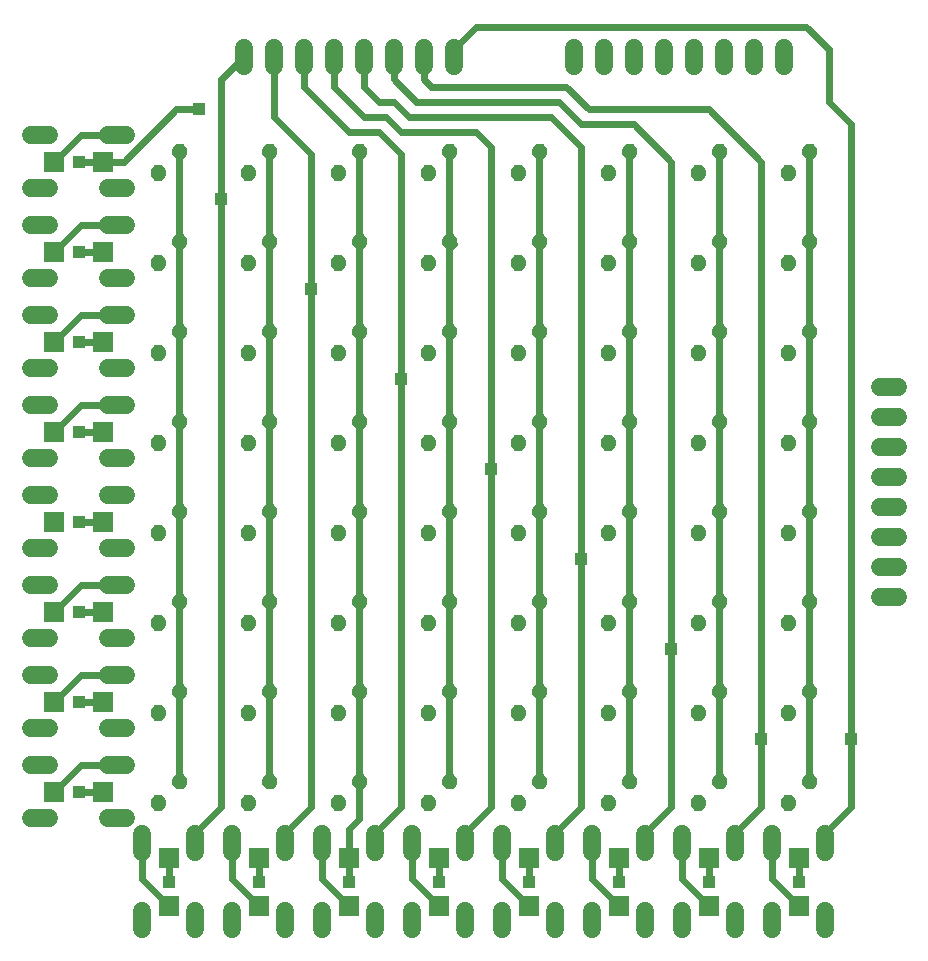
<source format=gbl>
G75*
G70*
%OFA0B0*%
%FSLAX24Y24*%
%IPPOS*%
%LPD*%
%AMOC8*
5,1,8,0,0,1.08239X$1,22.5*
%
%ADD10C,0.0104*%
%ADD11C,0.0600*%
%ADD12R,0.0709X0.0669*%
%ADD13R,0.0669X0.0709*%
%ADD14C,0.0240*%
%ADD15R,0.0396X0.0396*%
D10*
X005410Y005281D02*
X005462Y005333D01*
X005462Y005161D01*
X005341Y005040D01*
X005169Y005040D01*
X005048Y005161D01*
X005048Y005333D01*
X005169Y005454D01*
X005341Y005454D01*
X005462Y005333D01*
X005384Y005301D01*
X005384Y005193D01*
X005309Y005118D01*
X005201Y005118D01*
X005126Y005193D01*
X005126Y005301D01*
X005201Y005376D01*
X005309Y005376D01*
X005384Y005301D01*
X005306Y005268D01*
X005306Y005226D01*
X005276Y005196D01*
X005234Y005196D01*
X005204Y005226D01*
X005204Y005268D01*
X005234Y005298D01*
X005276Y005298D01*
X005306Y005268D01*
X006117Y005988D02*
X006169Y006040D01*
X006169Y005868D01*
X006048Y005747D01*
X005876Y005747D01*
X005755Y005868D01*
X005755Y006040D01*
X005876Y006161D01*
X006048Y006161D01*
X006169Y006040D01*
X006091Y006008D01*
X006091Y005900D01*
X006016Y005825D01*
X005908Y005825D01*
X005833Y005900D01*
X005833Y006008D01*
X005908Y006083D01*
X006016Y006083D01*
X006091Y006008D01*
X006013Y005975D01*
X006013Y005933D01*
X005983Y005903D01*
X005941Y005903D01*
X005911Y005933D01*
X005911Y005975D01*
X005941Y006005D01*
X005983Y006005D01*
X006013Y005975D01*
X008410Y005281D02*
X008462Y005333D01*
X008462Y005161D01*
X008341Y005040D01*
X008169Y005040D01*
X008048Y005161D01*
X008048Y005333D01*
X008169Y005454D01*
X008341Y005454D01*
X008462Y005333D01*
X008384Y005301D01*
X008384Y005193D01*
X008309Y005118D01*
X008201Y005118D01*
X008126Y005193D01*
X008126Y005301D01*
X008201Y005376D01*
X008309Y005376D01*
X008384Y005301D01*
X008306Y005268D01*
X008306Y005226D01*
X008276Y005196D01*
X008234Y005196D01*
X008204Y005226D01*
X008204Y005268D01*
X008234Y005298D01*
X008276Y005298D01*
X008306Y005268D01*
X009117Y005988D02*
X009169Y006040D01*
X009169Y005868D01*
X009048Y005747D01*
X008876Y005747D01*
X008755Y005868D01*
X008755Y006040D01*
X008876Y006161D01*
X009048Y006161D01*
X009169Y006040D01*
X009091Y006008D01*
X009091Y005900D01*
X009016Y005825D01*
X008908Y005825D01*
X008833Y005900D01*
X008833Y006008D01*
X008908Y006083D01*
X009016Y006083D01*
X009091Y006008D01*
X009013Y005975D01*
X009013Y005933D01*
X008983Y005903D01*
X008941Y005903D01*
X008911Y005933D01*
X008911Y005975D01*
X008941Y006005D01*
X008983Y006005D01*
X009013Y005975D01*
X011410Y005281D02*
X011462Y005333D01*
X011462Y005161D01*
X011341Y005040D01*
X011169Y005040D01*
X011048Y005161D01*
X011048Y005333D01*
X011169Y005454D01*
X011341Y005454D01*
X011462Y005333D01*
X011384Y005301D01*
X011384Y005193D01*
X011309Y005118D01*
X011201Y005118D01*
X011126Y005193D01*
X011126Y005301D01*
X011201Y005376D01*
X011309Y005376D01*
X011384Y005301D01*
X011306Y005268D01*
X011306Y005226D01*
X011276Y005196D01*
X011234Y005196D01*
X011204Y005226D01*
X011204Y005268D01*
X011234Y005298D01*
X011276Y005298D01*
X011306Y005268D01*
X012117Y005988D02*
X012169Y006040D01*
X012169Y005868D01*
X012048Y005747D01*
X011876Y005747D01*
X011755Y005868D01*
X011755Y006040D01*
X011876Y006161D01*
X012048Y006161D01*
X012169Y006040D01*
X012091Y006008D01*
X012091Y005900D01*
X012016Y005825D01*
X011908Y005825D01*
X011833Y005900D01*
X011833Y006008D01*
X011908Y006083D01*
X012016Y006083D01*
X012091Y006008D01*
X012013Y005975D01*
X012013Y005933D01*
X011983Y005903D01*
X011941Y005903D01*
X011911Y005933D01*
X011911Y005975D01*
X011941Y006005D01*
X011983Y006005D01*
X012013Y005975D01*
X014410Y005281D02*
X014462Y005333D01*
X014462Y005161D01*
X014341Y005040D01*
X014169Y005040D01*
X014048Y005161D01*
X014048Y005333D01*
X014169Y005454D01*
X014341Y005454D01*
X014462Y005333D01*
X014384Y005301D01*
X014384Y005193D01*
X014309Y005118D01*
X014201Y005118D01*
X014126Y005193D01*
X014126Y005301D01*
X014201Y005376D01*
X014309Y005376D01*
X014384Y005301D01*
X014306Y005268D01*
X014306Y005226D01*
X014276Y005196D01*
X014234Y005196D01*
X014204Y005226D01*
X014204Y005268D01*
X014234Y005298D01*
X014276Y005298D01*
X014306Y005268D01*
X015117Y005988D02*
X015169Y006040D01*
X015169Y005868D01*
X015048Y005747D01*
X014876Y005747D01*
X014755Y005868D01*
X014755Y006040D01*
X014876Y006161D01*
X015048Y006161D01*
X015169Y006040D01*
X015091Y006008D01*
X015091Y005900D01*
X015016Y005825D01*
X014908Y005825D01*
X014833Y005900D01*
X014833Y006008D01*
X014908Y006083D01*
X015016Y006083D01*
X015091Y006008D01*
X015013Y005975D01*
X015013Y005933D01*
X014983Y005903D01*
X014941Y005903D01*
X014911Y005933D01*
X014911Y005975D01*
X014941Y006005D01*
X014983Y006005D01*
X015013Y005975D01*
X017410Y005281D02*
X017462Y005333D01*
X017462Y005161D01*
X017341Y005040D01*
X017169Y005040D01*
X017048Y005161D01*
X017048Y005333D01*
X017169Y005454D01*
X017341Y005454D01*
X017462Y005333D01*
X017384Y005301D01*
X017384Y005193D01*
X017309Y005118D01*
X017201Y005118D01*
X017126Y005193D01*
X017126Y005301D01*
X017201Y005376D01*
X017309Y005376D01*
X017384Y005301D01*
X017306Y005268D01*
X017306Y005226D01*
X017276Y005196D01*
X017234Y005196D01*
X017204Y005226D01*
X017204Y005268D01*
X017234Y005298D01*
X017276Y005298D01*
X017306Y005268D01*
X018117Y005988D02*
X018169Y006040D01*
X018169Y005868D01*
X018048Y005747D01*
X017876Y005747D01*
X017755Y005868D01*
X017755Y006040D01*
X017876Y006161D01*
X018048Y006161D01*
X018169Y006040D01*
X018091Y006008D01*
X018091Y005900D01*
X018016Y005825D01*
X017908Y005825D01*
X017833Y005900D01*
X017833Y006008D01*
X017908Y006083D01*
X018016Y006083D01*
X018091Y006008D01*
X018013Y005975D01*
X018013Y005933D01*
X017983Y005903D01*
X017941Y005903D01*
X017911Y005933D01*
X017911Y005975D01*
X017941Y006005D01*
X017983Y006005D01*
X018013Y005975D01*
X020410Y005281D02*
X020462Y005333D01*
X020462Y005161D01*
X020341Y005040D01*
X020169Y005040D01*
X020048Y005161D01*
X020048Y005333D01*
X020169Y005454D01*
X020341Y005454D01*
X020462Y005333D01*
X020384Y005301D01*
X020384Y005193D01*
X020309Y005118D01*
X020201Y005118D01*
X020126Y005193D01*
X020126Y005301D01*
X020201Y005376D01*
X020309Y005376D01*
X020384Y005301D01*
X020306Y005268D01*
X020306Y005226D01*
X020276Y005196D01*
X020234Y005196D01*
X020204Y005226D01*
X020204Y005268D01*
X020234Y005298D01*
X020276Y005298D01*
X020306Y005268D01*
X021117Y005988D02*
X021169Y006040D01*
X021169Y005868D01*
X021048Y005747D01*
X020876Y005747D01*
X020755Y005868D01*
X020755Y006040D01*
X020876Y006161D01*
X021048Y006161D01*
X021169Y006040D01*
X021091Y006008D01*
X021091Y005900D01*
X021016Y005825D01*
X020908Y005825D01*
X020833Y005900D01*
X020833Y006008D01*
X020908Y006083D01*
X021016Y006083D01*
X021091Y006008D01*
X021013Y005975D01*
X021013Y005933D01*
X020983Y005903D01*
X020941Y005903D01*
X020911Y005933D01*
X020911Y005975D01*
X020941Y006005D01*
X020983Y006005D01*
X021013Y005975D01*
X023410Y005281D02*
X023462Y005333D01*
X023462Y005161D01*
X023341Y005040D01*
X023169Y005040D01*
X023048Y005161D01*
X023048Y005333D01*
X023169Y005454D01*
X023341Y005454D01*
X023462Y005333D01*
X023384Y005301D01*
X023384Y005193D01*
X023309Y005118D01*
X023201Y005118D01*
X023126Y005193D01*
X023126Y005301D01*
X023201Y005376D01*
X023309Y005376D01*
X023384Y005301D01*
X023306Y005268D01*
X023306Y005226D01*
X023276Y005196D01*
X023234Y005196D01*
X023204Y005226D01*
X023204Y005268D01*
X023234Y005298D01*
X023276Y005298D01*
X023306Y005268D01*
X024117Y005988D02*
X024169Y006040D01*
X024169Y005868D01*
X024048Y005747D01*
X023876Y005747D01*
X023755Y005868D01*
X023755Y006040D01*
X023876Y006161D01*
X024048Y006161D01*
X024169Y006040D01*
X024091Y006008D01*
X024091Y005900D01*
X024016Y005825D01*
X023908Y005825D01*
X023833Y005900D01*
X023833Y006008D01*
X023908Y006083D01*
X024016Y006083D01*
X024091Y006008D01*
X024013Y005975D01*
X024013Y005933D01*
X023983Y005903D01*
X023941Y005903D01*
X023911Y005933D01*
X023911Y005975D01*
X023941Y006005D01*
X023983Y006005D01*
X024013Y005975D01*
X026410Y005281D02*
X026462Y005333D01*
X026462Y005161D01*
X026341Y005040D01*
X026169Y005040D01*
X026048Y005161D01*
X026048Y005333D01*
X026169Y005454D01*
X026341Y005454D01*
X026462Y005333D01*
X026384Y005301D01*
X026384Y005193D01*
X026309Y005118D01*
X026201Y005118D01*
X026126Y005193D01*
X026126Y005301D01*
X026201Y005376D01*
X026309Y005376D01*
X026384Y005301D01*
X026306Y005268D01*
X026306Y005226D01*
X026276Y005196D01*
X026234Y005196D01*
X026204Y005226D01*
X026204Y005268D01*
X026234Y005298D01*
X026276Y005298D01*
X026306Y005268D01*
X027117Y005988D02*
X027169Y006040D01*
X027169Y005868D01*
X027048Y005747D01*
X026876Y005747D01*
X026755Y005868D01*
X026755Y006040D01*
X026876Y006161D01*
X027048Y006161D01*
X027169Y006040D01*
X027091Y006008D01*
X027091Y005900D01*
X027016Y005825D01*
X026908Y005825D01*
X026833Y005900D01*
X026833Y006008D01*
X026908Y006083D01*
X027016Y006083D01*
X027091Y006008D01*
X027013Y005975D01*
X027013Y005933D01*
X026983Y005903D01*
X026941Y005903D01*
X026911Y005933D01*
X026911Y005975D01*
X026941Y006005D01*
X026983Y006005D01*
X027013Y005975D01*
X026410Y008281D02*
X026462Y008333D01*
X026462Y008161D01*
X026341Y008040D01*
X026169Y008040D01*
X026048Y008161D01*
X026048Y008333D01*
X026169Y008454D01*
X026341Y008454D01*
X026462Y008333D01*
X026384Y008301D01*
X026384Y008193D01*
X026309Y008118D01*
X026201Y008118D01*
X026126Y008193D01*
X026126Y008301D01*
X026201Y008376D01*
X026309Y008376D01*
X026384Y008301D01*
X026306Y008268D01*
X026306Y008226D01*
X026276Y008196D01*
X026234Y008196D01*
X026204Y008226D01*
X026204Y008268D01*
X026234Y008298D01*
X026276Y008298D01*
X026306Y008268D01*
X027117Y008988D02*
X027169Y009040D01*
X027169Y008868D01*
X027048Y008747D01*
X026876Y008747D01*
X026755Y008868D01*
X026755Y009040D01*
X026876Y009161D01*
X027048Y009161D01*
X027169Y009040D01*
X027091Y009008D01*
X027091Y008900D01*
X027016Y008825D01*
X026908Y008825D01*
X026833Y008900D01*
X026833Y009008D01*
X026908Y009083D01*
X027016Y009083D01*
X027091Y009008D01*
X027013Y008975D01*
X027013Y008933D01*
X026983Y008903D01*
X026941Y008903D01*
X026911Y008933D01*
X026911Y008975D01*
X026941Y009005D01*
X026983Y009005D01*
X027013Y008975D01*
X026410Y011281D02*
X026462Y011333D01*
X026462Y011161D01*
X026341Y011040D01*
X026169Y011040D01*
X026048Y011161D01*
X026048Y011333D01*
X026169Y011454D01*
X026341Y011454D01*
X026462Y011333D01*
X026384Y011301D01*
X026384Y011193D01*
X026309Y011118D01*
X026201Y011118D01*
X026126Y011193D01*
X026126Y011301D01*
X026201Y011376D01*
X026309Y011376D01*
X026384Y011301D01*
X026306Y011268D01*
X026306Y011226D01*
X026276Y011196D01*
X026234Y011196D01*
X026204Y011226D01*
X026204Y011268D01*
X026234Y011298D01*
X026276Y011298D01*
X026306Y011268D01*
X027117Y011988D02*
X027169Y012040D01*
X027169Y011868D01*
X027048Y011747D01*
X026876Y011747D01*
X026755Y011868D01*
X026755Y012040D01*
X026876Y012161D01*
X027048Y012161D01*
X027169Y012040D01*
X027091Y012008D01*
X027091Y011900D01*
X027016Y011825D01*
X026908Y011825D01*
X026833Y011900D01*
X026833Y012008D01*
X026908Y012083D01*
X027016Y012083D01*
X027091Y012008D01*
X027013Y011975D01*
X027013Y011933D01*
X026983Y011903D01*
X026941Y011903D01*
X026911Y011933D01*
X026911Y011975D01*
X026941Y012005D01*
X026983Y012005D01*
X027013Y011975D01*
X026410Y014281D02*
X026462Y014333D01*
X026462Y014161D01*
X026341Y014040D01*
X026169Y014040D01*
X026048Y014161D01*
X026048Y014333D01*
X026169Y014454D01*
X026341Y014454D01*
X026462Y014333D01*
X026384Y014301D01*
X026384Y014193D01*
X026309Y014118D01*
X026201Y014118D01*
X026126Y014193D01*
X026126Y014301D01*
X026201Y014376D01*
X026309Y014376D01*
X026384Y014301D01*
X026306Y014268D01*
X026306Y014226D01*
X026276Y014196D01*
X026234Y014196D01*
X026204Y014226D01*
X026204Y014268D01*
X026234Y014298D01*
X026276Y014298D01*
X026306Y014268D01*
X027117Y014988D02*
X027169Y015040D01*
X027169Y014868D01*
X027048Y014747D01*
X026876Y014747D01*
X026755Y014868D01*
X026755Y015040D01*
X026876Y015161D01*
X027048Y015161D01*
X027169Y015040D01*
X027091Y015008D01*
X027091Y014900D01*
X027016Y014825D01*
X026908Y014825D01*
X026833Y014900D01*
X026833Y015008D01*
X026908Y015083D01*
X027016Y015083D01*
X027091Y015008D01*
X027013Y014975D01*
X027013Y014933D01*
X026983Y014903D01*
X026941Y014903D01*
X026911Y014933D01*
X026911Y014975D01*
X026941Y015005D01*
X026983Y015005D01*
X027013Y014975D01*
X026410Y017281D02*
X026462Y017333D01*
X026462Y017161D01*
X026341Y017040D01*
X026169Y017040D01*
X026048Y017161D01*
X026048Y017333D01*
X026169Y017454D01*
X026341Y017454D01*
X026462Y017333D01*
X026384Y017301D01*
X026384Y017193D01*
X026309Y017118D01*
X026201Y017118D01*
X026126Y017193D01*
X026126Y017301D01*
X026201Y017376D01*
X026309Y017376D01*
X026384Y017301D01*
X026306Y017268D01*
X026306Y017226D01*
X026276Y017196D01*
X026234Y017196D01*
X026204Y017226D01*
X026204Y017268D01*
X026234Y017298D01*
X026276Y017298D01*
X026306Y017268D01*
X027117Y017988D02*
X027169Y018040D01*
X027169Y017868D01*
X027048Y017747D01*
X026876Y017747D01*
X026755Y017868D01*
X026755Y018040D01*
X026876Y018161D01*
X027048Y018161D01*
X027169Y018040D01*
X027091Y018008D01*
X027091Y017900D01*
X027016Y017825D01*
X026908Y017825D01*
X026833Y017900D01*
X026833Y018008D01*
X026908Y018083D01*
X027016Y018083D01*
X027091Y018008D01*
X027013Y017975D01*
X027013Y017933D01*
X026983Y017903D01*
X026941Y017903D01*
X026911Y017933D01*
X026911Y017975D01*
X026941Y018005D01*
X026983Y018005D01*
X027013Y017975D01*
X026410Y020281D02*
X026462Y020333D01*
X026462Y020161D01*
X026341Y020040D01*
X026169Y020040D01*
X026048Y020161D01*
X026048Y020333D01*
X026169Y020454D01*
X026341Y020454D01*
X026462Y020333D01*
X026384Y020301D01*
X026384Y020193D01*
X026309Y020118D01*
X026201Y020118D01*
X026126Y020193D01*
X026126Y020301D01*
X026201Y020376D01*
X026309Y020376D01*
X026384Y020301D01*
X026306Y020268D01*
X026306Y020226D01*
X026276Y020196D01*
X026234Y020196D01*
X026204Y020226D01*
X026204Y020268D01*
X026234Y020298D01*
X026276Y020298D01*
X026306Y020268D01*
X027117Y020988D02*
X027169Y021040D01*
X027169Y020868D01*
X027048Y020747D01*
X026876Y020747D01*
X026755Y020868D01*
X026755Y021040D01*
X026876Y021161D01*
X027048Y021161D01*
X027169Y021040D01*
X027091Y021008D01*
X027091Y020900D01*
X027016Y020825D01*
X026908Y020825D01*
X026833Y020900D01*
X026833Y021008D01*
X026908Y021083D01*
X027016Y021083D01*
X027091Y021008D01*
X027013Y020975D01*
X027013Y020933D01*
X026983Y020903D01*
X026941Y020903D01*
X026911Y020933D01*
X026911Y020975D01*
X026941Y021005D01*
X026983Y021005D01*
X027013Y020975D01*
X026410Y023281D02*
X026462Y023333D01*
X026462Y023161D01*
X026341Y023040D01*
X026169Y023040D01*
X026048Y023161D01*
X026048Y023333D01*
X026169Y023454D01*
X026341Y023454D01*
X026462Y023333D01*
X026384Y023301D01*
X026384Y023193D01*
X026309Y023118D01*
X026201Y023118D01*
X026126Y023193D01*
X026126Y023301D01*
X026201Y023376D01*
X026309Y023376D01*
X026384Y023301D01*
X026306Y023268D01*
X026306Y023226D01*
X026276Y023196D01*
X026234Y023196D01*
X026204Y023226D01*
X026204Y023268D01*
X026234Y023298D01*
X026276Y023298D01*
X026306Y023268D01*
X027117Y023988D02*
X027169Y024040D01*
X027169Y023868D01*
X027048Y023747D01*
X026876Y023747D01*
X026755Y023868D01*
X026755Y024040D01*
X026876Y024161D01*
X027048Y024161D01*
X027169Y024040D01*
X027091Y024008D01*
X027091Y023900D01*
X027016Y023825D01*
X026908Y023825D01*
X026833Y023900D01*
X026833Y024008D01*
X026908Y024083D01*
X027016Y024083D01*
X027091Y024008D01*
X027013Y023975D01*
X027013Y023933D01*
X026983Y023903D01*
X026941Y023903D01*
X026911Y023933D01*
X026911Y023975D01*
X026941Y024005D01*
X026983Y024005D01*
X027013Y023975D01*
X026410Y026281D02*
X026462Y026333D01*
X026462Y026161D01*
X026341Y026040D01*
X026169Y026040D01*
X026048Y026161D01*
X026048Y026333D01*
X026169Y026454D01*
X026341Y026454D01*
X026462Y026333D01*
X026384Y026301D01*
X026384Y026193D01*
X026309Y026118D01*
X026201Y026118D01*
X026126Y026193D01*
X026126Y026301D01*
X026201Y026376D01*
X026309Y026376D01*
X026384Y026301D01*
X026306Y026268D01*
X026306Y026226D01*
X026276Y026196D01*
X026234Y026196D01*
X026204Y026226D01*
X026204Y026268D01*
X026234Y026298D01*
X026276Y026298D01*
X026306Y026268D01*
X027117Y026988D02*
X027169Y027040D01*
X027169Y026868D01*
X027048Y026747D01*
X026876Y026747D01*
X026755Y026868D01*
X026755Y027040D01*
X026876Y027161D01*
X027048Y027161D01*
X027169Y027040D01*
X027091Y027008D01*
X027091Y026900D01*
X027016Y026825D01*
X026908Y026825D01*
X026833Y026900D01*
X026833Y027008D01*
X026908Y027083D01*
X027016Y027083D01*
X027091Y027008D01*
X027013Y026975D01*
X027013Y026933D01*
X026983Y026903D01*
X026941Y026903D01*
X026911Y026933D01*
X026911Y026975D01*
X026941Y027005D01*
X026983Y027005D01*
X027013Y026975D01*
X024117Y026988D02*
X024169Y027040D01*
X024169Y026868D01*
X024048Y026747D01*
X023876Y026747D01*
X023755Y026868D01*
X023755Y027040D01*
X023876Y027161D01*
X024048Y027161D01*
X024169Y027040D01*
X024091Y027008D01*
X024091Y026900D01*
X024016Y026825D01*
X023908Y026825D01*
X023833Y026900D01*
X023833Y027008D01*
X023908Y027083D01*
X024016Y027083D01*
X024091Y027008D01*
X024013Y026975D01*
X024013Y026933D01*
X023983Y026903D01*
X023941Y026903D01*
X023911Y026933D01*
X023911Y026975D01*
X023941Y027005D01*
X023983Y027005D01*
X024013Y026975D01*
X023410Y026281D02*
X023462Y026333D01*
X023462Y026161D01*
X023341Y026040D01*
X023169Y026040D01*
X023048Y026161D01*
X023048Y026333D01*
X023169Y026454D01*
X023341Y026454D01*
X023462Y026333D01*
X023384Y026301D01*
X023384Y026193D01*
X023309Y026118D01*
X023201Y026118D01*
X023126Y026193D01*
X023126Y026301D01*
X023201Y026376D01*
X023309Y026376D01*
X023384Y026301D01*
X023306Y026268D01*
X023306Y026226D01*
X023276Y026196D01*
X023234Y026196D01*
X023204Y026226D01*
X023204Y026268D01*
X023234Y026298D01*
X023276Y026298D01*
X023306Y026268D01*
X021117Y026988D02*
X021169Y027040D01*
X021169Y026868D01*
X021048Y026747D01*
X020876Y026747D01*
X020755Y026868D01*
X020755Y027040D01*
X020876Y027161D01*
X021048Y027161D01*
X021169Y027040D01*
X021091Y027008D01*
X021091Y026900D01*
X021016Y026825D01*
X020908Y026825D01*
X020833Y026900D01*
X020833Y027008D01*
X020908Y027083D01*
X021016Y027083D01*
X021091Y027008D01*
X021013Y026975D01*
X021013Y026933D01*
X020983Y026903D01*
X020941Y026903D01*
X020911Y026933D01*
X020911Y026975D01*
X020941Y027005D01*
X020983Y027005D01*
X021013Y026975D01*
X020410Y026281D02*
X020462Y026333D01*
X020462Y026161D01*
X020341Y026040D01*
X020169Y026040D01*
X020048Y026161D01*
X020048Y026333D01*
X020169Y026454D01*
X020341Y026454D01*
X020462Y026333D01*
X020384Y026301D01*
X020384Y026193D01*
X020309Y026118D01*
X020201Y026118D01*
X020126Y026193D01*
X020126Y026301D01*
X020201Y026376D01*
X020309Y026376D01*
X020384Y026301D01*
X020306Y026268D01*
X020306Y026226D01*
X020276Y026196D01*
X020234Y026196D01*
X020204Y026226D01*
X020204Y026268D01*
X020234Y026298D01*
X020276Y026298D01*
X020306Y026268D01*
X021117Y023988D02*
X021169Y024040D01*
X021169Y023868D01*
X021048Y023747D01*
X020876Y023747D01*
X020755Y023868D01*
X020755Y024040D01*
X020876Y024161D01*
X021048Y024161D01*
X021169Y024040D01*
X021091Y024008D01*
X021091Y023900D01*
X021016Y023825D01*
X020908Y023825D01*
X020833Y023900D01*
X020833Y024008D01*
X020908Y024083D01*
X021016Y024083D01*
X021091Y024008D01*
X021013Y023975D01*
X021013Y023933D01*
X020983Y023903D01*
X020941Y023903D01*
X020911Y023933D01*
X020911Y023975D01*
X020941Y024005D01*
X020983Y024005D01*
X021013Y023975D01*
X020410Y023281D02*
X020462Y023333D01*
X020462Y023161D01*
X020341Y023040D01*
X020169Y023040D01*
X020048Y023161D01*
X020048Y023333D01*
X020169Y023454D01*
X020341Y023454D01*
X020462Y023333D01*
X020384Y023301D01*
X020384Y023193D01*
X020309Y023118D01*
X020201Y023118D01*
X020126Y023193D01*
X020126Y023301D01*
X020201Y023376D01*
X020309Y023376D01*
X020384Y023301D01*
X020306Y023268D01*
X020306Y023226D01*
X020276Y023196D01*
X020234Y023196D01*
X020204Y023226D01*
X020204Y023268D01*
X020234Y023298D01*
X020276Y023298D01*
X020306Y023268D01*
X021117Y020988D02*
X021169Y021040D01*
X021169Y020868D01*
X021048Y020747D01*
X020876Y020747D01*
X020755Y020868D01*
X020755Y021040D01*
X020876Y021161D01*
X021048Y021161D01*
X021169Y021040D01*
X021091Y021008D01*
X021091Y020900D01*
X021016Y020825D01*
X020908Y020825D01*
X020833Y020900D01*
X020833Y021008D01*
X020908Y021083D01*
X021016Y021083D01*
X021091Y021008D01*
X021013Y020975D01*
X021013Y020933D01*
X020983Y020903D01*
X020941Y020903D01*
X020911Y020933D01*
X020911Y020975D01*
X020941Y021005D01*
X020983Y021005D01*
X021013Y020975D01*
X020410Y020281D02*
X020462Y020333D01*
X020462Y020161D01*
X020341Y020040D01*
X020169Y020040D01*
X020048Y020161D01*
X020048Y020333D01*
X020169Y020454D01*
X020341Y020454D01*
X020462Y020333D01*
X020384Y020301D01*
X020384Y020193D01*
X020309Y020118D01*
X020201Y020118D01*
X020126Y020193D01*
X020126Y020301D01*
X020201Y020376D01*
X020309Y020376D01*
X020384Y020301D01*
X020306Y020268D01*
X020306Y020226D01*
X020276Y020196D01*
X020234Y020196D01*
X020204Y020226D01*
X020204Y020268D01*
X020234Y020298D01*
X020276Y020298D01*
X020306Y020268D01*
X021117Y017988D02*
X021169Y018040D01*
X021169Y017868D01*
X021048Y017747D01*
X020876Y017747D01*
X020755Y017868D01*
X020755Y018040D01*
X020876Y018161D01*
X021048Y018161D01*
X021169Y018040D01*
X021091Y018008D01*
X021091Y017900D01*
X021016Y017825D01*
X020908Y017825D01*
X020833Y017900D01*
X020833Y018008D01*
X020908Y018083D01*
X021016Y018083D01*
X021091Y018008D01*
X021013Y017975D01*
X021013Y017933D01*
X020983Y017903D01*
X020941Y017903D01*
X020911Y017933D01*
X020911Y017975D01*
X020941Y018005D01*
X020983Y018005D01*
X021013Y017975D01*
X020410Y017281D02*
X020462Y017333D01*
X020462Y017161D01*
X020341Y017040D01*
X020169Y017040D01*
X020048Y017161D01*
X020048Y017333D01*
X020169Y017454D01*
X020341Y017454D01*
X020462Y017333D01*
X020384Y017301D01*
X020384Y017193D01*
X020309Y017118D01*
X020201Y017118D01*
X020126Y017193D01*
X020126Y017301D01*
X020201Y017376D01*
X020309Y017376D01*
X020384Y017301D01*
X020306Y017268D01*
X020306Y017226D01*
X020276Y017196D01*
X020234Y017196D01*
X020204Y017226D01*
X020204Y017268D01*
X020234Y017298D01*
X020276Y017298D01*
X020306Y017268D01*
X021117Y014988D02*
X021169Y015040D01*
X021169Y014868D01*
X021048Y014747D01*
X020876Y014747D01*
X020755Y014868D01*
X020755Y015040D01*
X020876Y015161D01*
X021048Y015161D01*
X021169Y015040D01*
X021091Y015008D01*
X021091Y014900D01*
X021016Y014825D01*
X020908Y014825D01*
X020833Y014900D01*
X020833Y015008D01*
X020908Y015083D01*
X021016Y015083D01*
X021091Y015008D01*
X021013Y014975D01*
X021013Y014933D01*
X020983Y014903D01*
X020941Y014903D01*
X020911Y014933D01*
X020911Y014975D01*
X020941Y015005D01*
X020983Y015005D01*
X021013Y014975D01*
X020410Y014281D02*
X020462Y014333D01*
X020462Y014161D01*
X020341Y014040D01*
X020169Y014040D01*
X020048Y014161D01*
X020048Y014333D01*
X020169Y014454D01*
X020341Y014454D01*
X020462Y014333D01*
X020384Y014301D01*
X020384Y014193D01*
X020309Y014118D01*
X020201Y014118D01*
X020126Y014193D01*
X020126Y014301D01*
X020201Y014376D01*
X020309Y014376D01*
X020384Y014301D01*
X020306Y014268D01*
X020306Y014226D01*
X020276Y014196D01*
X020234Y014196D01*
X020204Y014226D01*
X020204Y014268D01*
X020234Y014298D01*
X020276Y014298D01*
X020306Y014268D01*
X021117Y011988D02*
X021169Y012040D01*
X021169Y011868D01*
X021048Y011747D01*
X020876Y011747D01*
X020755Y011868D01*
X020755Y012040D01*
X020876Y012161D01*
X021048Y012161D01*
X021169Y012040D01*
X021091Y012008D01*
X021091Y011900D01*
X021016Y011825D01*
X020908Y011825D01*
X020833Y011900D01*
X020833Y012008D01*
X020908Y012083D01*
X021016Y012083D01*
X021091Y012008D01*
X021013Y011975D01*
X021013Y011933D01*
X020983Y011903D01*
X020941Y011903D01*
X020911Y011933D01*
X020911Y011975D01*
X020941Y012005D01*
X020983Y012005D01*
X021013Y011975D01*
X020410Y011281D02*
X020462Y011333D01*
X020462Y011161D01*
X020341Y011040D01*
X020169Y011040D01*
X020048Y011161D01*
X020048Y011333D01*
X020169Y011454D01*
X020341Y011454D01*
X020462Y011333D01*
X020384Y011301D01*
X020384Y011193D01*
X020309Y011118D01*
X020201Y011118D01*
X020126Y011193D01*
X020126Y011301D01*
X020201Y011376D01*
X020309Y011376D01*
X020384Y011301D01*
X020306Y011268D01*
X020306Y011226D01*
X020276Y011196D01*
X020234Y011196D01*
X020204Y011226D01*
X020204Y011268D01*
X020234Y011298D01*
X020276Y011298D01*
X020306Y011268D01*
X021117Y008988D02*
X021169Y009040D01*
X021169Y008868D01*
X021048Y008747D01*
X020876Y008747D01*
X020755Y008868D01*
X020755Y009040D01*
X020876Y009161D01*
X021048Y009161D01*
X021169Y009040D01*
X021091Y009008D01*
X021091Y008900D01*
X021016Y008825D01*
X020908Y008825D01*
X020833Y008900D01*
X020833Y009008D01*
X020908Y009083D01*
X021016Y009083D01*
X021091Y009008D01*
X021013Y008975D01*
X021013Y008933D01*
X020983Y008903D01*
X020941Y008903D01*
X020911Y008933D01*
X020911Y008975D01*
X020941Y009005D01*
X020983Y009005D01*
X021013Y008975D01*
X020410Y008281D02*
X020462Y008333D01*
X020462Y008161D01*
X020341Y008040D01*
X020169Y008040D01*
X020048Y008161D01*
X020048Y008333D01*
X020169Y008454D01*
X020341Y008454D01*
X020462Y008333D01*
X020384Y008301D01*
X020384Y008193D01*
X020309Y008118D01*
X020201Y008118D01*
X020126Y008193D01*
X020126Y008301D01*
X020201Y008376D01*
X020309Y008376D01*
X020384Y008301D01*
X020306Y008268D01*
X020306Y008226D01*
X020276Y008196D01*
X020234Y008196D01*
X020204Y008226D01*
X020204Y008268D01*
X020234Y008298D01*
X020276Y008298D01*
X020306Y008268D01*
X018117Y008988D02*
X018169Y009040D01*
X018169Y008868D01*
X018048Y008747D01*
X017876Y008747D01*
X017755Y008868D01*
X017755Y009040D01*
X017876Y009161D01*
X018048Y009161D01*
X018169Y009040D01*
X018091Y009008D01*
X018091Y008900D01*
X018016Y008825D01*
X017908Y008825D01*
X017833Y008900D01*
X017833Y009008D01*
X017908Y009083D01*
X018016Y009083D01*
X018091Y009008D01*
X018013Y008975D01*
X018013Y008933D01*
X017983Y008903D01*
X017941Y008903D01*
X017911Y008933D01*
X017911Y008975D01*
X017941Y009005D01*
X017983Y009005D01*
X018013Y008975D01*
X017410Y008281D02*
X017462Y008333D01*
X017462Y008161D01*
X017341Y008040D01*
X017169Y008040D01*
X017048Y008161D01*
X017048Y008333D01*
X017169Y008454D01*
X017341Y008454D01*
X017462Y008333D01*
X017384Y008301D01*
X017384Y008193D01*
X017309Y008118D01*
X017201Y008118D01*
X017126Y008193D01*
X017126Y008301D01*
X017201Y008376D01*
X017309Y008376D01*
X017384Y008301D01*
X017306Y008268D01*
X017306Y008226D01*
X017276Y008196D01*
X017234Y008196D01*
X017204Y008226D01*
X017204Y008268D01*
X017234Y008298D01*
X017276Y008298D01*
X017306Y008268D01*
X015117Y008988D02*
X015169Y009040D01*
X015169Y008868D01*
X015048Y008747D01*
X014876Y008747D01*
X014755Y008868D01*
X014755Y009040D01*
X014876Y009161D01*
X015048Y009161D01*
X015169Y009040D01*
X015091Y009008D01*
X015091Y008900D01*
X015016Y008825D01*
X014908Y008825D01*
X014833Y008900D01*
X014833Y009008D01*
X014908Y009083D01*
X015016Y009083D01*
X015091Y009008D01*
X015013Y008975D01*
X015013Y008933D01*
X014983Y008903D01*
X014941Y008903D01*
X014911Y008933D01*
X014911Y008975D01*
X014941Y009005D01*
X014983Y009005D01*
X015013Y008975D01*
X014410Y008281D02*
X014462Y008333D01*
X014462Y008161D01*
X014341Y008040D01*
X014169Y008040D01*
X014048Y008161D01*
X014048Y008333D01*
X014169Y008454D01*
X014341Y008454D01*
X014462Y008333D01*
X014384Y008301D01*
X014384Y008193D01*
X014309Y008118D01*
X014201Y008118D01*
X014126Y008193D01*
X014126Y008301D01*
X014201Y008376D01*
X014309Y008376D01*
X014384Y008301D01*
X014306Y008268D01*
X014306Y008226D01*
X014276Y008196D01*
X014234Y008196D01*
X014204Y008226D01*
X014204Y008268D01*
X014234Y008298D01*
X014276Y008298D01*
X014306Y008268D01*
X012117Y008988D02*
X012169Y009040D01*
X012169Y008868D01*
X012048Y008747D01*
X011876Y008747D01*
X011755Y008868D01*
X011755Y009040D01*
X011876Y009161D01*
X012048Y009161D01*
X012169Y009040D01*
X012091Y009008D01*
X012091Y008900D01*
X012016Y008825D01*
X011908Y008825D01*
X011833Y008900D01*
X011833Y009008D01*
X011908Y009083D01*
X012016Y009083D01*
X012091Y009008D01*
X012013Y008975D01*
X012013Y008933D01*
X011983Y008903D01*
X011941Y008903D01*
X011911Y008933D01*
X011911Y008975D01*
X011941Y009005D01*
X011983Y009005D01*
X012013Y008975D01*
X011410Y008281D02*
X011462Y008333D01*
X011462Y008161D01*
X011341Y008040D01*
X011169Y008040D01*
X011048Y008161D01*
X011048Y008333D01*
X011169Y008454D01*
X011341Y008454D01*
X011462Y008333D01*
X011384Y008301D01*
X011384Y008193D01*
X011309Y008118D01*
X011201Y008118D01*
X011126Y008193D01*
X011126Y008301D01*
X011201Y008376D01*
X011309Y008376D01*
X011384Y008301D01*
X011306Y008268D01*
X011306Y008226D01*
X011276Y008196D01*
X011234Y008196D01*
X011204Y008226D01*
X011204Y008268D01*
X011234Y008298D01*
X011276Y008298D01*
X011306Y008268D01*
X009117Y008988D02*
X009169Y009040D01*
X009169Y008868D01*
X009048Y008747D01*
X008876Y008747D01*
X008755Y008868D01*
X008755Y009040D01*
X008876Y009161D01*
X009048Y009161D01*
X009169Y009040D01*
X009091Y009008D01*
X009091Y008900D01*
X009016Y008825D01*
X008908Y008825D01*
X008833Y008900D01*
X008833Y009008D01*
X008908Y009083D01*
X009016Y009083D01*
X009091Y009008D01*
X009013Y008975D01*
X009013Y008933D01*
X008983Y008903D01*
X008941Y008903D01*
X008911Y008933D01*
X008911Y008975D01*
X008941Y009005D01*
X008983Y009005D01*
X009013Y008975D01*
X008410Y008281D02*
X008462Y008333D01*
X008462Y008161D01*
X008341Y008040D01*
X008169Y008040D01*
X008048Y008161D01*
X008048Y008333D01*
X008169Y008454D01*
X008341Y008454D01*
X008462Y008333D01*
X008384Y008301D01*
X008384Y008193D01*
X008309Y008118D01*
X008201Y008118D01*
X008126Y008193D01*
X008126Y008301D01*
X008201Y008376D01*
X008309Y008376D01*
X008384Y008301D01*
X008306Y008268D01*
X008306Y008226D01*
X008276Y008196D01*
X008234Y008196D01*
X008204Y008226D01*
X008204Y008268D01*
X008234Y008298D01*
X008276Y008298D01*
X008306Y008268D01*
X006117Y008988D02*
X006169Y009040D01*
X006169Y008868D01*
X006048Y008747D01*
X005876Y008747D01*
X005755Y008868D01*
X005755Y009040D01*
X005876Y009161D01*
X006048Y009161D01*
X006169Y009040D01*
X006091Y009008D01*
X006091Y008900D01*
X006016Y008825D01*
X005908Y008825D01*
X005833Y008900D01*
X005833Y009008D01*
X005908Y009083D01*
X006016Y009083D01*
X006091Y009008D01*
X006013Y008975D01*
X006013Y008933D01*
X005983Y008903D01*
X005941Y008903D01*
X005911Y008933D01*
X005911Y008975D01*
X005941Y009005D01*
X005983Y009005D01*
X006013Y008975D01*
X005410Y008281D02*
X005462Y008333D01*
X005462Y008161D01*
X005341Y008040D01*
X005169Y008040D01*
X005048Y008161D01*
X005048Y008333D01*
X005169Y008454D01*
X005341Y008454D01*
X005462Y008333D01*
X005384Y008301D01*
X005384Y008193D01*
X005309Y008118D01*
X005201Y008118D01*
X005126Y008193D01*
X005126Y008301D01*
X005201Y008376D01*
X005309Y008376D01*
X005384Y008301D01*
X005306Y008268D01*
X005306Y008226D01*
X005276Y008196D01*
X005234Y008196D01*
X005204Y008226D01*
X005204Y008268D01*
X005234Y008298D01*
X005276Y008298D01*
X005306Y008268D01*
X005410Y011281D02*
X005462Y011333D01*
X005462Y011161D01*
X005341Y011040D01*
X005169Y011040D01*
X005048Y011161D01*
X005048Y011333D01*
X005169Y011454D01*
X005341Y011454D01*
X005462Y011333D01*
X005384Y011301D01*
X005384Y011193D01*
X005309Y011118D01*
X005201Y011118D01*
X005126Y011193D01*
X005126Y011301D01*
X005201Y011376D01*
X005309Y011376D01*
X005384Y011301D01*
X005306Y011268D01*
X005306Y011226D01*
X005276Y011196D01*
X005234Y011196D01*
X005204Y011226D01*
X005204Y011268D01*
X005234Y011298D01*
X005276Y011298D01*
X005306Y011268D01*
X006117Y011988D02*
X006169Y012040D01*
X006169Y011868D01*
X006048Y011747D01*
X005876Y011747D01*
X005755Y011868D01*
X005755Y012040D01*
X005876Y012161D01*
X006048Y012161D01*
X006169Y012040D01*
X006091Y012008D01*
X006091Y011900D01*
X006016Y011825D01*
X005908Y011825D01*
X005833Y011900D01*
X005833Y012008D01*
X005908Y012083D01*
X006016Y012083D01*
X006091Y012008D01*
X006013Y011975D01*
X006013Y011933D01*
X005983Y011903D01*
X005941Y011903D01*
X005911Y011933D01*
X005911Y011975D01*
X005941Y012005D01*
X005983Y012005D01*
X006013Y011975D01*
X008410Y011281D02*
X008462Y011333D01*
X008462Y011161D01*
X008341Y011040D01*
X008169Y011040D01*
X008048Y011161D01*
X008048Y011333D01*
X008169Y011454D01*
X008341Y011454D01*
X008462Y011333D01*
X008384Y011301D01*
X008384Y011193D01*
X008309Y011118D01*
X008201Y011118D01*
X008126Y011193D01*
X008126Y011301D01*
X008201Y011376D01*
X008309Y011376D01*
X008384Y011301D01*
X008306Y011268D01*
X008306Y011226D01*
X008276Y011196D01*
X008234Y011196D01*
X008204Y011226D01*
X008204Y011268D01*
X008234Y011298D01*
X008276Y011298D01*
X008306Y011268D01*
X009117Y011988D02*
X009169Y012040D01*
X009169Y011868D01*
X009048Y011747D01*
X008876Y011747D01*
X008755Y011868D01*
X008755Y012040D01*
X008876Y012161D01*
X009048Y012161D01*
X009169Y012040D01*
X009091Y012008D01*
X009091Y011900D01*
X009016Y011825D01*
X008908Y011825D01*
X008833Y011900D01*
X008833Y012008D01*
X008908Y012083D01*
X009016Y012083D01*
X009091Y012008D01*
X009013Y011975D01*
X009013Y011933D01*
X008983Y011903D01*
X008941Y011903D01*
X008911Y011933D01*
X008911Y011975D01*
X008941Y012005D01*
X008983Y012005D01*
X009013Y011975D01*
X011410Y011281D02*
X011462Y011333D01*
X011462Y011161D01*
X011341Y011040D01*
X011169Y011040D01*
X011048Y011161D01*
X011048Y011333D01*
X011169Y011454D01*
X011341Y011454D01*
X011462Y011333D01*
X011384Y011301D01*
X011384Y011193D01*
X011309Y011118D01*
X011201Y011118D01*
X011126Y011193D01*
X011126Y011301D01*
X011201Y011376D01*
X011309Y011376D01*
X011384Y011301D01*
X011306Y011268D01*
X011306Y011226D01*
X011276Y011196D01*
X011234Y011196D01*
X011204Y011226D01*
X011204Y011268D01*
X011234Y011298D01*
X011276Y011298D01*
X011306Y011268D01*
X012117Y011988D02*
X012169Y012040D01*
X012169Y011868D01*
X012048Y011747D01*
X011876Y011747D01*
X011755Y011868D01*
X011755Y012040D01*
X011876Y012161D01*
X012048Y012161D01*
X012169Y012040D01*
X012091Y012008D01*
X012091Y011900D01*
X012016Y011825D01*
X011908Y011825D01*
X011833Y011900D01*
X011833Y012008D01*
X011908Y012083D01*
X012016Y012083D01*
X012091Y012008D01*
X012013Y011975D01*
X012013Y011933D01*
X011983Y011903D01*
X011941Y011903D01*
X011911Y011933D01*
X011911Y011975D01*
X011941Y012005D01*
X011983Y012005D01*
X012013Y011975D01*
X014410Y011281D02*
X014462Y011333D01*
X014462Y011161D01*
X014341Y011040D01*
X014169Y011040D01*
X014048Y011161D01*
X014048Y011333D01*
X014169Y011454D01*
X014341Y011454D01*
X014462Y011333D01*
X014384Y011301D01*
X014384Y011193D01*
X014309Y011118D01*
X014201Y011118D01*
X014126Y011193D01*
X014126Y011301D01*
X014201Y011376D01*
X014309Y011376D01*
X014384Y011301D01*
X014306Y011268D01*
X014306Y011226D01*
X014276Y011196D01*
X014234Y011196D01*
X014204Y011226D01*
X014204Y011268D01*
X014234Y011298D01*
X014276Y011298D01*
X014306Y011268D01*
X015117Y011988D02*
X015169Y012040D01*
X015169Y011868D01*
X015048Y011747D01*
X014876Y011747D01*
X014755Y011868D01*
X014755Y012040D01*
X014876Y012161D01*
X015048Y012161D01*
X015169Y012040D01*
X015091Y012008D01*
X015091Y011900D01*
X015016Y011825D01*
X014908Y011825D01*
X014833Y011900D01*
X014833Y012008D01*
X014908Y012083D01*
X015016Y012083D01*
X015091Y012008D01*
X015013Y011975D01*
X015013Y011933D01*
X014983Y011903D01*
X014941Y011903D01*
X014911Y011933D01*
X014911Y011975D01*
X014941Y012005D01*
X014983Y012005D01*
X015013Y011975D01*
X017410Y011281D02*
X017462Y011333D01*
X017462Y011161D01*
X017341Y011040D01*
X017169Y011040D01*
X017048Y011161D01*
X017048Y011333D01*
X017169Y011454D01*
X017341Y011454D01*
X017462Y011333D01*
X017384Y011301D01*
X017384Y011193D01*
X017309Y011118D01*
X017201Y011118D01*
X017126Y011193D01*
X017126Y011301D01*
X017201Y011376D01*
X017309Y011376D01*
X017384Y011301D01*
X017306Y011268D01*
X017306Y011226D01*
X017276Y011196D01*
X017234Y011196D01*
X017204Y011226D01*
X017204Y011268D01*
X017234Y011298D01*
X017276Y011298D01*
X017306Y011268D01*
X018117Y011988D02*
X018169Y012040D01*
X018169Y011868D01*
X018048Y011747D01*
X017876Y011747D01*
X017755Y011868D01*
X017755Y012040D01*
X017876Y012161D01*
X018048Y012161D01*
X018169Y012040D01*
X018091Y012008D01*
X018091Y011900D01*
X018016Y011825D01*
X017908Y011825D01*
X017833Y011900D01*
X017833Y012008D01*
X017908Y012083D01*
X018016Y012083D01*
X018091Y012008D01*
X018013Y011975D01*
X018013Y011933D01*
X017983Y011903D01*
X017941Y011903D01*
X017911Y011933D01*
X017911Y011975D01*
X017941Y012005D01*
X017983Y012005D01*
X018013Y011975D01*
X017410Y014281D02*
X017462Y014333D01*
X017462Y014161D01*
X017341Y014040D01*
X017169Y014040D01*
X017048Y014161D01*
X017048Y014333D01*
X017169Y014454D01*
X017341Y014454D01*
X017462Y014333D01*
X017384Y014301D01*
X017384Y014193D01*
X017309Y014118D01*
X017201Y014118D01*
X017126Y014193D01*
X017126Y014301D01*
X017201Y014376D01*
X017309Y014376D01*
X017384Y014301D01*
X017306Y014268D01*
X017306Y014226D01*
X017276Y014196D01*
X017234Y014196D01*
X017204Y014226D01*
X017204Y014268D01*
X017234Y014298D01*
X017276Y014298D01*
X017306Y014268D01*
X018117Y014988D02*
X018169Y015040D01*
X018169Y014868D01*
X018048Y014747D01*
X017876Y014747D01*
X017755Y014868D01*
X017755Y015040D01*
X017876Y015161D01*
X018048Y015161D01*
X018169Y015040D01*
X018091Y015008D01*
X018091Y014900D01*
X018016Y014825D01*
X017908Y014825D01*
X017833Y014900D01*
X017833Y015008D01*
X017908Y015083D01*
X018016Y015083D01*
X018091Y015008D01*
X018013Y014975D01*
X018013Y014933D01*
X017983Y014903D01*
X017941Y014903D01*
X017911Y014933D01*
X017911Y014975D01*
X017941Y015005D01*
X017983Y015005D01*
X018013Y014975D01*
X017410Y017281D02*
X017462Y017333D01*
X017462Y017161D01*
X017341Y017040D01*
X017169Y017040D01*
X017048Y017161D01*
X017048Y017333D01*
X017169Y017454D01*
X017341Y017454D01*
X017462Y017333D01*
X017384Y017301D01*
X017384Y017193D01*
X017309Y017118D01*
X017201Y017118D01*
X017126Y017193D01*
X017126Y017301D01*
X017201Y017376D01*
X017309Y017376D01*
X017384Y017301D01*
X017306Y017268D01*
X017306Y017226D01*
X017276Y017196D01*
X017234Y017196D01*
X017204Y017226D01*
X017204Y017268D01*
X017234Y017298D01*
X017276Y017298D01*
X017306Y017268D01*
X018117Y017988D02*
X018169Y018040D01*
X018169Y017868D01*
X018048Y017747D01*
X017876Y017747D01*
X017755Y017868D01*
X017755Y018040D01*
X017876Y018161D01*
X018048Y018161D01*
X018169Y018040D01*
X018091Y018008D01*
X018091Y017900D01*
X018016Y017825D01*
X017908Y017825D01*
X017833Y017900D01*
X017833Y018008D01*
X017908Y018083D01*
X018016Y018083D01*
X018091Y018008D01*
X018013Y017975D01*
X018013Y017933D01*
X017983Y017903D01*
X017941Y017903D01*
X017911Y017933D01*
X017911Y017975D01*
X017941Y018005D01*
X017983Y018005D01*
X018013Y017975D01*
X017410Y020281D02*
X017462Y020333D01*
X017462Y020161D01*
X017341Y020040D01*
X017169Y020040D01*
X017048Y020161D01*
X017048Y020333D01*
X017169Y020454D01*
X017341Y020454D01*
X017462Y020333D01*
X017384Y020301D01*
X017384Y020193D01*
X017309Y020118D01*
X017201Y020118D01*
X017126Y020193D01*
X017126Y020301D01*
X017201Y020376D01*
X017309Y020376D01*
X017384Y020301D01*
X017306Y020268D01*
X017306Y020226D01*
X017276Y020196D01*
X017234Y020196D01*
X017204Y020226D01*
X017204Y020268D01*
X017234Y020298D01*
X017276Y020298D01*
X017306Y020268D01*
X018117Y020988D02*
X018169Y021040D01*
X018169Y020868D01*
X018048Y020747D01*
X017876Y020747D01*
X017755Y020868D01*
X017755Y021040D01*
X017876Y021161D01*
X018048Y021161D01*
X018169Y021040D01*
X018091Y021008D01*
X018091Y020900D01*
X018016Y020825D01*
X017908Y020825D01*
X017833Y020900D01*
X017833Y021008D01*
X017908Y021083D01*
X018016Y021083D01*
X018091Y021008D01*
X018013Y020975D01*
X018013Y020933D01*
X017983Y020903D01*
X017941Y020903D01*
X017911Y020933D01*
X017911Y020975D01*
X017941Y021005D01*
X017983Y021005D01*
X018013Y020975D01*
X017410Y023281D02*
X017462Y023333D01*
X017462Y023161D01*
X017341Y023040D01*
X017169Y023040D01*
X017048Y023161D01*
X017048Y023333D01*
X017169Y023454D01*
X017341Y023454D01*
X017462Y023333D01*
X017384Y023301D01*
X017384Y023193D01*
X017309Y023118D01*
X017201Y023118D01*
X017126Y023193D01*
X017126Y023301D01*
X017201Y023376D01*
X017309Y023376D01*
X017384Y023301D01*
X017306Y023268D01*
X017306Y023226D01*
X017276Y023196D01*
X017234Y023196D01*
X017204Y023226D01*
X017204Y023268D01*
X017234Y023298D01*
X017276Y023298D01*
X017306Y023268D01*
X018117Y023988D02*
X018169Y024040D01*
X018169Y023868D01*
X018048Y023747D01*
X017876Y023747D01*
X017755Y023868D01*
X017755Y024040D01*
X017876Y024161D01*
X018048Y024161D01*
X018169Y024040D01*
X018091Y024008D01*
X018091Y023900D01*
X018016Y023825D01*
X017908Y023825D01*
X017833Y023900D01*
X017833Y024008D01*
X017908Y024083D01*
X018016Y024083D01*
X018091Y024008D01*
X018013Y023975D01*
X018013Y023933D01*
X017983Y023903D01*
X017941Y023903D01*
X017911Y023933D01*
X017911Y023975D01*
X017941Y024005D01*
X017983Y024005D01*
X018013Y023975D01*
X017410Y026281D02*
X017462Y026333D01*
X017462Y026161D01*
X017341Y026040D01*
X017169Y026040D01*
X017048Y026161D01*
X017048Y026333D01*
X017169Y026454D01*
X017341Y026454D01*
X017462Y026333D01*
X017384Y026301D01*
X017384Y026193D01*
X017309Y026118D01*
X017201Y026118D01*
X017126Y026193D01*
X017126Y026301D01*
X017201Y026376D01*
X017309Y026376D01*
X017384Y026301D01*
X017306Y026268D01*
X017306Y026226D01*
X017276Y026196D01*
X017234Y026196D01*
X017204Y026226D01*
X017204Y026268D01*
X017234Y026298D01*
X017276Y026298D01*
X017306Y026268D01*
X018117Y026988D02*
X018169Y027040D01*
X018169Y026868D01*
X018048Y026747D01*
X017876Y026747D01*
X017755Y026868D01*
X017755Y027040D01*
X017876Y027161D01*
X018048Y027161D01*
X018169Y027040D01*
X018091Y027008D01*
X018091Y026900D01*
X018016Y026825D01*
X017908Y026825D01*
X017833Y026900D01*
X017833Y027008D01*
X017908Y027083D01*
X018016Y027083D01*
X018091Y027008D01*
X018013Y026975D01*
X018013Y026933D01*
X017983Y026903D01*
X017941Y026903D01*
X017911Y026933D01*
X017911Y026975D01*
X017941Y027005D01*
X017983Y027005D01*
X018013Y026975D01*
X015117Y026988D02*
X015169Y027040D01*
X015169Y026868D01*
X015048Y026747D01*
X014876Y026747D01*
X014755Y026868D01*
X014755Y027040D01*
X014876Y027161D01*
X015048Y027161D01*
X015169Y027040D01*
X015091Y027008D01*
X015091Y026900D01*
X015016Y026825D01*
X014908Y026825D01*
X014833Y026900D01*
X014833Y027008D01*
X014908Y027083D01*
X015016Y027083D01*
X015091Y027008D01*
X015013Y026975D01*
X015013Y026933D01*
X014983Y026903D01*
X014941Y026903D01*
X014911Y026933D01*
X014911Y026975D01*
X014941Y027005D01*
X014983Y027005D01*
X015013Y026975D01*
X014410Y026281D02*
X014462Y026333D01*
X014462Y026161D01*
X014341Y026040D01*
X014169Y026040D01*
X014048Y026161D01*
X014048Y026333D01*
X014169Y026454D01*
X014341Y026454D01*
X014462Y026333D01*
X014384Y026301D01*
X014384Y026193D01*
X014309Y026118D01*
X014201Y026118D01*
X014126Y026193D01*
X014126Y026301D01*
X014201Y026376D01*
X014309Y026376D01*
X014384Y026301D01*
X014306Y026268D01*
X014306Y026226D01*
X014276Y026196D01*
X014234Y026196D01*
X014204Y026226D01*
X014204Y026268D01*
X014234Y026298D01*
X014276Y026298D01*
X014306Y026268D01*
X015117Y023988D02*
X015169Y024040D01*
X015169Y023868D01*
X015048Y023747D01*
X014876Y023747D01*
X014755Y023868D01*
X014755Y024040D01*
X014876Y024161D01*
X015048Y024161D01*
X015169Y024040D01*
X015091Y024008D01*
X015091Y023900D01*
X015016Y023825D01*
X014908Y023825D01*
X014833Y023900D01*
X014833Y024008D01*
X014908Y024083D01*
X015016Y024083D01*
X015091Y024008D01*
X015013Y023975D01*
X015013Y023933D01*
X014983Y023903D01*
X014941Y023903D01*
X014911Y023933D01*
X014911Y023975D01*
X014941Y024005D01*
X014983Y024005D01*
X015013Y023975D01*
X014410Y023281D02*
X014462Y023333D01*
X014462Y023161D01*
X014341Y023040D01*
X014169Y023040D01*
X014048Y023161D01*
X014048Y023333D01*
X014169Y023454D01*
X014341Y023454D01*
X014462Y023333D01*
X014384Y023301D01*
X014384Y023193D01*
X014309Y023118D01*
X014201Y023118D01*
X014126Y023193D01*
X014126Y023301D01*
X014201Y023376D01*
X014309Y023376D01*
X014384Y023301D01*
X014306Y023268D01*
X014306Y023226D01*
X014276Y023196D01*
X014234Y023196D01*
X014204Y023226D01*
X014204Y023268D01*
X014234Y023298D01*
X014276Y023298D01*
X014306Y023268D01*
X015117Y020988D02*
X015169Y021040D01*
X015169Y020868D01*
X015048Y020747D01*
X014876Y020747D01*
X014755Y020868D01*
X014755Y021040D01*
X014876Y021161D01*
X015048Y021161D01*
X015169Y021040D01*
X015091Y021008D01*
X015091Y020900D01*
X015016Y020825D01*
X014908Y020825D01*
X014833Y020900D01*
X014833Y021008D01*
X014908Y021083D01*
X015016Y021083D01*
X015091Y021008D01*
X015013Y020975D01*
X015013Y020933D01*
X014983Y020903D01*
X014941Y020903D01*
X014911Y020933D01*
X014911Y020975D01*
X014941Y021005D01*
X014983Y021005D01*
X015013Y020975D01*
X014410Y020281D02*
X014462Y020333D01*
X014462Y020161D01*
X014341Y020040D01*
X014169Y020040D01*
X014048Y020161D01*
X014048Y020333D01*
X014169Y020454D01*
X014341Y020454D01*
X014462Y020333D01*
X014384Y020301D01*
X014384Y020193D01*
X014309Y020118D01*
X014201Y020118D01*
X014126Y020193D01*
X014126Y020301D01*
X014201Y020376D01*
X014309Y020376D01*
X014384Y020301D01*
X014306Y020268D01*
X014306Y020226D01*
X014276Y020196D01*
X014234Y020196D01*
X014204Y020226D01*
X014204Y020268D01*
X014234Y020298D01*
X014276Y020298D01*
X014306Y020268D01*
X015117Y017988D02*
X015169Y018040D01*
X015169Y017868D01*
X015048Y017747D01*
X014876Y017747D01*
X014755Y017868D01*
X014755Y018040D01*
X014876Y018161D01*
X015048Y018161D01*
X015169Y018040D01*
X015091Y018008D01*
X015091Y017900D01*
X015016Y017825D01*
X014908Y017825D01*
X014833Y017900D01*
X014833Y018008D01*
X014908Y018083D01*
X015016Y018083D01*
X015091Y018008D01*
X015013Y017975D01*
X015013Y017933D01*
X014983Y017903D01*
X014941Y017903D01*
X014911Y017933D01*
X014911Y017975D01*
X014941Y018005D01*
X014983Y018005D01*
X015013Y017975D01*
X014410Y017281D02*
X014462Y017333D01*
X014462Y017161D01*
X014341Y017040D01*
X014169Y017040D01*
X014048Y017161D01*
X014048Y017333D01*
X014169Y017454D01*
X014341Y017454D01*
X014462Y017333D01*
X014384Y017301D01*
X014384Y017193D01*
X014309Y017118D01*
X014201Y017118D01*
X014126Y017193D01*
X014126Y017301D01*
X014201Y017376D01*
X014309Y017376D01*
X014384Y017301D01*
X014306Y017268D01*
X014306Y017226D01*
X014276Y017196D01*
X014234Y017196D01*
X014204Y017226D01*
X014204Y017268D01*
X014234Y017298D01*
X014276Y017298D01*
X014306Y017268D01*
X015117Y014988D02*
X015169Y015040D01*
X015169Y014868D01*
X015048Y014747D01*
X014876Y014747D01*
X014755Y014868D01*
X014755Y015040D01*
X014876Y015161D01*
X015048Y015161D01*
X015169Y015040D01*
X015091Y015008D01*
X015091Y014900D01*
X015016Y014825D01*
X014908Y014825D01*
X014833Y014900D01*
X014833Y015008D01*
X014908Y015083D01*
X015016Y015083D01*
X015091Y015008D01*
X015013Y014975D01*
X015013Y014933D01*
X014983Y014903D01*
X014941Y014903D01*
X014911Y014933D01*
X014911Y014975D01*
X014941Y015005D01*
X014983Y015005D01*
X015013Y014975D01*
X014410Y014281D02*
X014462Y014333D01*
X014462Y014161D01*
X014341Y014040D01*
X014169Y014040D01*
X014048Y014161D01*
X014048Y014333D01*
X014169Y014454D01*
X014341Y014454D01*
X014462Y014333D01*
X014384Y014301D01*
X014384Y014193D01*
X014309Y014118D01*
X014201Y014118D01*
X014126Y014193D01*
X014126Y014301D01*
X014201Y014376D01*
X014309Y014376D01*
X014384Y014301D01*
X014306Y014268D01*
X014306Y014226D01*
X014276Y014196D01*
X014234Y014196D01*
X014204Y014226D01*
X014204Y014268D01*
X014234Y014298D01*
X014276Y014298D01*
X014306Y014268D01*
X012117Y014988D02*
X012169Y015040D01*
X012169Y014868D01*
X012048Y014747D01*
X011876Y014747D01*
X011755Y014868D01*
X011755Y015040D01*
X011876Y015161D01*
X012048Y015161D01*
X012169Y015040D01*
X012091Y015008D01*
X012091Y014900D01*
X012016Y014825D01*
X011908Y014825D01*
X011833Y014900D01*
X011833Y015008D01*
X011908Y015083D01*
X012016Y015083D01*
X012091Y015008D01*
X012013Y014975D01*
X012013Y014933D01*
X011983Y014903D01*
X011941Y014903D01*
X011911Y014933D01*
X011911Y014975D01*
X011941Y015005D01*
X011983Y015005D01*
X012013Y014975D01*
X011410Y014281D02*
X011462Y014333D01*
X011462Y014161D01*
X011341Y014040D01*
X011169Y014040D01*
X011048Y014161D01*
X011048Y014333D01*
X011169Y014454D01*
X011341Y014454D01*
X011462Y014333D01*
X011384Y014301D01*
X011384Y014193D01*
X011309Y014118D01*
X011201Y014118D01*
X011126Y014193D01*
X011126Y014301D01*
X011201Y014376D01*
X011309Y014376D01*
X011384Y014301D01*
X011306Y014268D01*
X011306Y014226D01*
X011276Y014196D01*
X011234Y014196D01*
X011204Y014226D01*
X011204Y014268D01*
X011234Y014298D01*
X011276Y014298D01*
X011306Y014268D01*
X009117Y014988D02*
X009169Y015040D01*
X009169Y014868D01*
X009048Y014747D01*
X008876Y014747D01*
X008755Y014868D01*
X008755Y015040D01*
X008876Y015161D01*
X009048Y015161D01*
X009169Y015040D01*
X009091Y015008D01*
X009091Y014900D01*
X009016Y014825D01*
X008908Y014825D01*
X008833Y014900D01*
X008833Y015008D01*
X008908Y015083D01*
X009016Y015083D01*
X009091Y015008D01*
X009013Y014975D01*
X009013Y014933D01*
X008983Y014903D01*
X008941Y014903D01*
X008911Y014933D01*
X008911Y014975D01*
X008941Y015005D01*
X008983Y015005D01*
X009013Y014975D01*
X008410Y014281D02*
X008462Y014333D01*
X008462Y014161D01*
X008341Y014040D01*
X008169Y014040D01*
X008048Y014161D01*
X008048Y014333D01*
X008169Y014454D01*
X008341Y014454D01*
X008462Y014333D01*
X008384Y014301D01*
X008384Y014193D01*
X008309Y014118D01*
X008201Y014118D01*
X008126Y014193D01*
X008126Y014301D01*
X008201Y014376D01*
X008309Y014376D01*
X008384Y014301D01*
X008306Y014268D01*
X008306Y014226D01*
X008276Y014196D01*
X008234Y014196D01*
X008204Y014226D01*
X008204Y014268D01*
X008234Y014298D01*
X008276Y014298D01*
X008306Y014268D01*
X006117Y014988D02*
X006169Y015040D01*
X006169Y014868D01*
X006048Y014747D01*
X005876Y014747D01*
X005755Y014868D01*
X005755Y015040D01*
X005876Y015161D01*
X006048Y015161D01*
X006169Y015040D01*
X006091Y015008D01*
X006091Y014900D01*
X006016Y014825D01*
X005908Y014825D01*
X005833Y014900D01*
X005833Y015008D01*
X005908Y015083D01*
X006016Y015083D01*
X006091Y015008D01*
X006013Y014975D01*
X006013Y014933D01*
X005983Y014903D01*
X005941Y014903D01*
X005911Y014933D01*
X005911Y014975D01*
X005941Y015005D01*
X005983Y015005D01*
X006013Y014975D01*
X005410Y014281D02*
X005462Y014333D01*
X005462Y014161D01*
X005341Y014040D01*
X005169Y014040D01*
X005048Y014161D01*
X005048Y014333D01*
X005169Y014454D01*
X005341Y014454D01*
X005462Y014333D01*
X005384Y014301D01*
X005384Y014193D01*
X005309Y014118D01*
X005201Y014118D01*
X005126Y014193D01*
X005126Y014301D01*
X005201Y014376D01*
X005309Y014376D01*
X005384Y014301D01*
X005306Y014268D01*
X005306Y014226D01*
X005276Y014196D01*
X005234Y014196D01*
X005204Y014226D01*
X005204Y014268D01*
X005234Y014298D01*
X005276Y014298D01*
X005306Y014268D01*
X005410Y017281D02*
X005462Y017333D01*
X005462Y017161D01*
X005341Y017040D01*
X005169Y017040D01*
X005048Y017161D01*
X005048Y017333D01*
X005169Y017454D01*
X005341Y017454D01*
X005462Y017333D01*
X005384Y017301D01*
X005384Y017193D01*
X005309Y017118D01*
X005201Y017118D01*
X005126Y017193D01*
X005126Y017301D01*
X005201Y017376D01*
X005309Y017376D01*
X005384Y017301D01*
X005306Y017268D01*
X005306Y017226D01*
X005276Y017196D01*
X005234Y017196D01*
X005204Y017226D01*
X005204Y017268D01*
X005234Y017298D01*
X005276Y017298D01*
X005306Y017268D01*
X006117Y017988D02*
X006169Y018040D01*
X006169Y017868D01*
X006048Y017747D01*
X005876Y017747D01*
X005755Y017868D01*
X005755Y018040D01*
X005876Y018161D01*
X006048Y018161D01*
X006169Y018040D01*
X006091Y018008D01*
X006091Y017900D01*
X006016Y017825D01*
X005908Y017825D01*
X005833Y017900D01*
X005833Y018008D01*
X005908Y018083D01*
X006016Y018083D01*
X006091Y018008D01*
X006013Y017975D01*
X006013Y017933D01*
X005983Y017903D01*
X005941Y017903D01*
X005911Y017933D01*
X005911Y017975D01*
X005941Y018005D01*
X005983Y018005D01*
X006013Y017975D01*
X008410Y017281D02*
X008462Y017333D01*
X008462Y017161D01*
X008341Y017040D01*
X008169Y017040D01*
X008048Y017161D01*
X008048Y017333D01*
X008169Y017454D01*
X008341Y017454D01*
X008462Y017333D01*
X008384Y017301D01*
X008384Y017193D01*
X008309Y017118D01*
X008201Y017118D01*
X008126Y017193D01*
X008126Y017301D01*
X008201Y017376D01*
X008309Y017376D01*
X008384Y017301D01*
X008306Y017268D01*
X008306Y017226D01*
X008276Y017196D01*
X008234Y017196D01*
X008204Y017226D01*
X008204Y017268D01*
X008234Y017298D01*
X008276Y017298D01*
X008306Y017268D01*
X009117Y017988D02*
X009169Y018040D01*
X009169Y017868D01*
X009048Y017747D01*
X008876Y017747D01*
X008755Y017868D01*
X008755Y018040D01*
X008876Y018161D01*
X009048Y018161D01*
X009169Y018040D01*
X009091Y018008D01*
X009091Y017900D01*
X009016Y017825D01*
X008908Y017825D01*
X008833Y017900D01*
X008833Y018008D01*
X008908Y018083D01*
X009016Y018083D01*
X009091Y018008D01*
X009013Y017975D01*
X009013Y017933D01*
X008983Y017903D01*
X008941Y017903D01*
X008911Y017933D01*
X008911Y017975D01*
X008941Y018005D01*
X008983Y018005D01*
X009013Y017975D01*
X011410Y017281D02*
X011462Y017333D01*
X011462Y017161D01*
X011341Y017040D01*
X011169Y017040D01*
X011048Y017161D01*
X011048Y017333D01*
X011169Y017454D01*
X011341Y017454D01*
X011462Y017333D01*
X011384Y017301D01*
X011384Y017193D01*
X011309Y017118D01*
X011201Y017118D01*
X011126Y017193D01*
X011126Y017301D01*
X011201Y017376D01*
X011309Y017376D01*
X011384Y017301D01*
X011306Y017268D01*
X011306Y017226D01*
X011276Y017196D01*
X011234Y017196D01*
X011204Y017226D01*
X011204Y017268D01*
X011234Y017298D01*
X011276Y017298D01*
X011306Y017268D01*
X012117Y017988D02*
X012169Y018040D01*
X012169Y017868D01*
X012048Y017747D01*
X011876Y017747D01*
X011755Y017868D01*
X011755Y018040D01*
X011876Y018161D01*
X012048Y018161D01*
X012169Y018040D01*
X012091Y018008D01*
X012091Y017900D01*
X012016Y017825D01*
X011908Y017825D01*
X011833Y017900D01*
X011833Y018008D01*
X011908Y018083D01*
X012016Y018083D01*
X012091Y018008D01*
X012013Y017975D01*
X012013Y017933D01*
X011983Y017903D01*
X011941Y017903D01*
X011911Y017933D01*
X011911Y017975D01*
X011941Y018005D01*
X011983Y018005D01*
X012013Y017975D01*
X011410Y020281D02*
X011462Y020333D01*
X011462Y020161D01*
X011341Y020040D01*
X011169Y020040D01*
X011048Y020161D01*
X011048Y020333D01*
X011169Y020454D01*
X011341Y020454D01*
X011462Y020333D01*
X011384Y020301D01*
X011384Y020193D01*
X011309Y020118D01*
X011201Y020118D01*
X011126Y020193D01*
X011126Y020301D01*
X011201Y020376D01*
X011309Y020376D01*
X011384Y020301D01*
X011306Y020268D01*
X011306Y020226D01*
X011276Y020196D01*
X011234Y020196D01*
X011204Y020226D01*
X011204Y020268D01*
X011234Y020298D01*
X011276Y020298D01*
X011306Y020268D01*
X012117Y020988D02*
X012169Y021040D01*
X012169Y020868D01*
X012048Y020747D01*
X011876Y020747D01*
X011755Y020868D01*
X011755Y021040D01*
X011876Y021161D01*
X012048Y021161D01*
X012169Y021040D01*
X012091Y021008D01*
X012091Y020900D01*
X012016Y020825D01*
X011908Y020825D01*
X011833Y020900D01*
X011833Y021008D01*
X011908Y021083D01*
X012016Y021083D01*
X012091Y021008D01*
X012013Y020975D01*
X012013Y020933D01*
X011983Y020903D01*
X011941Y020903D01*
X011911Y020933D01*
X011911Y020975D01*
X011941Y021005D01*
X011983Y021005D01*
X012013Y020975D01*
X011410Y023281D02*
X011462Y023333D01*
X011462Y023161D01*
X011341Y023040D01*
X011169Y023040D01*
X011048Y023161D01*
X011048Y023333D01*
X011169Y023454D01*
X011341Y023454D01*
X011462Y023333D01*
X011384Y023301D01*
X011384Y023193D01*
X011309Y023118D01*
X011201Y023118D01*
X011126Y023193D01*
X011126Y023301D01*
X011201Y023376D01*
X011309Y023376D01*
X011384Y023301D01*
X011306Y023268D01*
X011306Y023226D01*
X011276Y023196D01*
X011234Y023196D01*
X011204Y023226D01*
X011204Y023268D01*
X011234Y023298D01*
X011276Y023298D01*
X011306Y023268D01*
X012117Y023988D02*
X012169Y024040D01*
X012169Y023868D01*
X012048Y023747D01*
X011876Y023747D01*
X011755Y023868D01*
X011755Y024040D01*
X011876Y024161D01*
X012048Y024161D01*
X012169Y024040D01*
X012091Y024008D01*
X012091Y023900D01*
X012016Y023825D01*
X011908Y023825D01*
X011833Y023900D01*
X011833Y024008D01*
X011908Y024083D01*
X012016Y024083D01*
X012091Y024008D01*
X012013Y023975D01*
X012013Y023933D01*
X011983Y023903D01*
X011941Y023903D01*
X011911Y023933D01*
X011911Y023975D01*
X011941Y024005D01*
X011983Y024005D01*
X012013Y023975D01*
X011410Y026281D02*
X011462Y026333D01*
X011462Y026161D01*
X011341Y026040D01*
X011169Y026040D01*
X011048Y026161D01*
X011048Y026333D01*
X011169Y026454D01*
X011341Y026454D01*
X011462Y026333D01*
X011384Y026301D01*
X011384Y026193D01*
X011309Y026118D01*
X011201Y026118D01*
X011126Y026193D01*
X011126Y026301D01*
X011201Y026376D01*
X011309Y026376D01*
X011384Y026301D01*
X011306Y026268D01*
X011306Y026226D01*
X011276Y026196D01*
X011234Y026196D01*
X011204Y026226D01*
X011204Y026268D01*
X011234Y026298D01*
X011276Y026298D01*
X011306Y026268D01*
X012117Y026988D02*
X012169Y027040D01*
X012169Y026868D01*
X012048Y026747D01*
X011876Y026747D01*
X011755Y026868D01*
X011755Y027040D01*
X011876Y027161D01*
X012048Y027161D01*
X012169Y027040D01*
X012091Y027008D01*
X012091Y026900D01*
X012016Y026825D01*
X011908Y026825D01*
X011833Y026900D01*
X011833Y027008D01*
X011908Y027083D01*
X012016Y027083D01*
X012091Y027008D01*
X012013Y026975D01*
X012013Y026933D01*
X011983Y026903D01*
X011941Y026903D01*
X011911Y026933D01*
X011911Y026975D01*
X011941Y027005D01*
X011983Y027005D01*
X012013Y026975D01*
X009117Y026988D02*
X009169Y027040D01*
X009169Y026868D01*
X009048Y026747D01*
X008876Y026747D01*
X008755Y026868D01*
X008755Y027040D01*
X008876Y027161D01*
X009048Y027161D01*
X009169Y027040D01*
X009091Y027008D01*
X009091Y026900D01*
X009016Y026825D01*
X008908Y026825D01*
X008833Y026900D01*
X008833Y027008D01*
X008908Y027083D01*
X009016Y027083D01*
X009091Y027008D01*
X009013Y026975D01*
X009013Y026933D01*
X008983Y026903D01*
X008941Y026903D01*
X008911Y026933D01*
X008911Y026975D01*
X008941Y027005D01*
X008983Y027005D01*
X009013Y026975D01*
X008410Y026281D02*
X008462Y026333D01*
X008462Y026161D01*
X008341Y026040D01*
X008169Y026040D01*
X008048Y026161D01*
X008048Y026333D01*
X008169Y026454D01*
X008341Y026454D01*
X008462Y026333D01*
X008384Y026301D01*
X008384Y026193D01*
X008309Y026118D01*
X008201Y026118D01*
X008126Y026193D01*
X008126Y026301D01*
X008201Y026376D01*
X008309Y026376D01*
X008384Y026301D01*
X008306Y026268D01*
X008306Y026226D01*
X008276Y026196D01*
X008234Y026196D01*
X008204Y026226D01*
X008204Y026268D01*
X008234Y026298D01*
X008276Y026298D01*
X008306Y026268D01*
X009117Y023988D02*
X009169Y024040D01*
X009169Y023868D01*
X009048Y023747D01*
X008876Y023747D01*
X008755Y023868D01*
X008755Y024040D01*
X008876Y024161D01*
X009048Y024161D01*
X009169Y024040D01*
X009091Y024008D01*
X009091Y023900D01*
X009016Y023825D01*
X008908Y023825D01*
X008833Y023900D01*
X008833Y024008D01*
X008908Y024083D01*
X009016Y024083D01*
X009091Y024008D01*
X009013Y023975D01*
X009013Y023933D01*
X008983Y023903D01*
X008941Y023903D01*
X008911Y023933D01*
X008911Y023975D01*
X008941Y024005D01*
X008983Y024005D01*
X009013Y023975D01*
X008410Y023281D02*
X008462Y023333D01*
X008462Y023161D01*
X008341Y023040D01*
X008169Y023040D01*
X008048Y023161D01*
X008048Y023333D01*
X008169Y023454D01*
X008341Y023454D01*
X008462Y023333D01*
X008384Y023301D01*
X008384Y023193D01*
X008309Y023118D01*
X008201Y023118D01*
X008126Y023193D01*
X008126Y023301D01*
X008201Y023376D01*
X008309Y023376D01*
X008384Y023301D01*
X008306Y023268D01*
X008306Y023226D01*
X008276Y023196D01*
X008234Y023196D01*
X008204Y023226D01*
X008204Y023268D01*
X008234Y023298D01*
X008276Y023298D01*
X008306Y023268D01*
X009117Y020988D02*
X009169Y021040D01*
X009169Y020868D01*
X009048Y020747D01*
X008876Y020747D01*
X008755Y020868D01*
X008755Y021040D01*
X008876Y021161D01*
X009048Y021161D01*
X009169Y021040D01*
X009091Y021008D01*
X009091Y020900D01*
X009016Y020825D01*
X008908Y020825D01*
X008833Y020900D01*
X008833Y021008D01*
X008908Y021083D01*
X009016Y021083D01*
X009091Y021008D01*
X009013Y020975D01*
X009013Y020933D01*
X008983Y020903D01*
X008941Y020903D01*
X008911Y020933D01*
X008911Y020975D01*
X008941Y021005D01*
X008983Y021005D01*
X009013Y020975D01*
X008410Y020281D02*
X008462Y020333D01*
X008462Y020161D01*
X008341Y020040D01*
X008169Y020040D01*
X008048Y020161D01*
X008048Y020333D01*
X008169Y020454D01*
X008341Y020454D01*
X008462Y020333D01*
X008384Y020301D01*
X008384Y020193D01*
X008309Y020118D01*
X008201Y020118D01*
X008126Y020193D01*
X008126Y020301D01*
X008201Y020376D01*
X008309Y020376D01*
X008384Y020301D01*
X008306Y020268D01*
X008306Y020226D01*
X008276Y020196D01*
X008234Y020196D01*
X008204Y020226D01*
X008204Y020268D01*
X008234Y020298D01*
X008276Y020298D01*
X008306Y020268D01*
X006117Y020988D02*
X006169Y021040D01*
X006169Y020868D01*
X006048Y020747D01*
X005876Y020747D01*
X005755Y020868D01*
X005755Y021040D01*
X005876Y021161D01*
X006048Y021161D01*
X006169Y021040D01*
X006091Y021008D01*
X006091Y020900D01*
X006016Y020825D01*
X005908Y020825D01*
X005833Y020900D01*
X005833Y021008D01*
X005908Y021083D01*
X006016Y021083D01*
X006091Y021008D01*
X006013Y020975D01*
X006013Y020933D01*
X005983Y020903D01*
X005941Y020903D01*
X005911Y020933D01*
X005911Y020975D01*
X005941Y021005D01*
X005983Y021005D01*
X006013Y020975D01*
X005410Y020281D02*
X005462Y020333D01*
X005462Y020161D01*
X005341Y020040D01*
X005169Y020040D01*
X005048Y020161D01*
X005048Y020333D01*
X005169Y020454D01*
X005341Y020454D01*
X005462Y020333D01*
X005384Y020301D01*
X005384Y020193D01*
X005309Y020118D01*
X005201Y020118D01*
X005126Y020193D01*
X005126Y020301D01*
X005201Y020376D01*
X005309Y020376D01*
X005384Y020301D01*
X005306Y020268D01*
X005306Y020226D01*
X005276Y020196D01*
X005234Y020196D01*
X005204Y020226D01*
X005204Y020268D01*
X005234Y020298D01*
X005276Y020298D01*
X005306Y020268D01*
X005410Y023281D02*
X005462Y023333D01*
X005462Y023161D01*
X005341Y023040D01*
X005169Y023040D01*
X005048Y023161D01*
X005048Y023333D01*
X005169Y023454D01*
X005341Y023454D01*
X005462Y023333D01*
X005384Y023301D01*
X005384Y023193D01*
X005309Y023118D01*
X005201Y023118D01*
X005126Y023193D01*
X005126Y023301D01*
X005201Y023376D01*
X005309Y023376D01*
X005384Y023301D01*
X005306Y023268D01*
X005306Y023226D01*
X005276Y023196D01*
X005234Y023196D01*
X005204Y023226D01*
X005204Y023268D01*
X005234Y023298D01*
X005276Y023298D01*
X005306Y023268D01*
X006117Y023988D02*
X006169Y024040D01*
X006169Y023868D01*
X006048Y023747D01*
X005876Y023747D01*
X005755Y023868D01*
X005755Y024040D01*
X005876Y024161D01*
X006048Y024161D01*
X006169Y024040D01*
X006091Y024008D01*
X006091Y023900D01*
X006016Y023825D01*
X005908Y023825D01*
X005833Y023900D01*
X005833Y024008D01*
X005908Y024083D01*
X006016Y024083D01*
X006091Y024008D01*
X006013Y023975D01*
X006013Y023933D01*
X005983Y023903D01*
X005941Y023903D01*
X005911Y023933D01*
X005911Y023975D01*
X005941Y024005D01*
X005983Y024005D01*
X006013Y023975D01*
X005410Y026281D02*
X005462Y026333D01*
X005462Y026161D01*
X005341Y026040D01*
X005169Y026040D01*
X005048Y026161D01*
X005048Y026333D01*
X005169Y026454D01*
X005341Y026454D01*
X005462Y026333D01*
X005384Y026301D01*
X005384Y026193D01*
X005309Y026118D01*
X005201Y026118D01*
X005126Y026193D01*
X005126Y026301D01*
X005201Y026376D01*
X005309Y026376D01*
X005384Y026301D01*
X005306Y026268D01*
X005306Y026226D01*
X005276Y026196D01*
X005234Y026196D01*
X005204Y026226D01*
X005204Y026268D01*
X005234Y026298D01*
X005276Y026298D01*
X005306Y026268D01*
X006117Y026988D02*
X006169Y027040D01*
X006169Y026868D01*
X006048Y026747D01*
X005876Y026747D01*
X005755Y026868D01*
X005755Y027040D01*
X005876Y027161D01*
X006048Y027161D01*
X006169Y027040D01*
X006091Y027008D01*
X006091Y026900D01*
X006016Y026825D01*
X005908Y026825D01*
X005833Y026900D01*
X005833Y027008D01*
X005908Y027083D01*
X006016Y027083D01*
X006091Y027008D01*
X006013Y026975D01*
X006013Y026933D01*
X005983Y026903D01*
X005941Y026903D01*
X005911Y026933D01*
X005911Y026975D01*
X005941Y027005D01*
X005983Y027005D01*
X006013Y026975D01*
X023410Y023281D02*
X023462Y023333D01*
X023462Y023161D01*
X023341Y023040D01*
X023169Y023040D01*
X023048Y023161D01*
X023048Y023333D01*
X023169Y023454D01*
X023341Y023454D01*
X023462Y023333D01*
X023384Y023301D01*
X023384Y023193D01*
X023309Y023118D01*
X023201Y023118D01*
X023126Y023193D01*
X023126Y023301D01*
X023201Y023376D01*
X023309Y023376D01*
X023384Y023301D01*
X023306Y023268D01*
X023306Y023226D01*
X023276Y023196D01*
X023234Y023196D01*
X023204Y023226D01*
X023204Y023268D01*
X023234Y023298D01*
X023276Y023298D01*
X023306Y023268D01*
X024117Y023988D02*
X024169Y024040D01*
X024169Y023868D01*
X024048Y023747D01*
X023876Y023747D01*
X023755Y023868D01*
X023755Y024040D01*
X023876Y024161D01*
X024048Y024161D01*
X024169Y024040D01*
X024091Y024008D01*
X024091Y023900D01*
X024016Y023825D01*
X023908Y023825D01*
X023833Y023900D01*
X023833Y024008D01*
X023908Y024083D01*
X024016Y024083D01*
X024091Y024008D01*
X024013Y023975D01*
X024013Y023933D01*
X023983Y023903D01*
X023941Y023903D01*
X023911Y023933D01*
X023911Y023975D01*
X023941Y024005D01*
X023983Y024005D01*
X024013Y023975D01*
X024117Y020988D02*
X024169Y021040D01*
X024169Y020868D01*
X024048Y020747D01*
X023876Y020747D01*
X023755Y020868D01*
X023755Y021040D01*
X023876Y021161D01*
X024048Y021161D01*
X024169Y021040D01*
X024091Y021008D01*
X024091Y020900D01*
X024016Y020825D01*
X023908Y020825D01*
X023833Y020900D01*
X023833Y021008D01*
X023908Y021083D01*
X024016Y021083D01*
X024091Y021008D01*
X024013Y020975D01*
X024013Y020933D01*
X023983Y020903D01*
X023941Y020903D01*
X023911Y020933D01*
X023911Y020975D01*
X023941Y021005D01*
X023983Y021005D01*
X024013Y020975D01*
X023410Y020281D02*
X023462Y020333D01*
X023462Y020161D01*
X023341Y020040D01*
X023169Y020040D01*
X023048Y020161D01*
X023048Y020333D01*
X023169Y020454D01*
X023341Y020454D01*
X023462Y020333D01*
X023384Y020301D01*
X023384Y020193D01*
X023309Y020118D01*
X023201Y020118D01*
X023126Y020193D01*
X023126Y020301D01*
X023201Y020376D01*
X023309Y020376D01*
X023384Y020301D01*
X023306Y020268D01*
X023306Y020226D01*
X023276Y020196D01*
X023234Y020196D01*
X023204Y020226D01*
X023204Y020268D01*
X023234Y020298D01*
X023276Y020298D01*
X023306Y020268D01*
X024117Y017988D02*
X024169Y018040D01*
X024169Y017868D01*
X024048Y017747D01*
X023876Y017747D01*
X023755Y017868D01*
X023755Y018040D01*
X023876Y018161D01*
X024048Y018161D01*
X024169Y018040D01*
X024091Y018008D01*
X024091Y017900D01*
X024016Y017825D01*
X023908Y017825D01*
X023833Y017900D01*
X023833Y018008D01*
X023908Y018083D01*
X024016Y018083D01*
X024091Y018008D01*
X024013Y017975D01*
X024013Y017933D01*
X023983Y017903D01*
X023941Y017903D01*
X023911Y017933D01*
X023911Y017975D01*
X023941Y018005D01*
X023983Y018005D01*
X024013Y017975D01*
X023410Y017281D02*
X023462Y017333D01*
X023462Y017161D01*
X023341Y017040D01*
X023169Y017040D01*
X023048Y017161D01*
X023048Y017333D01*
X023169Y017454D01*
X023341Y017454D01*
X023462Y017333D01*
X023384Y017301D01*
X023384Y017193D01*
X023309Y017118D01*
X023201Y017118D01*
X023126Y017193D01*
X023126Y017301D01*
X023201Y017376D01*
X023309Y017376D01*
X023384Y017301D01*
X023306Y017268D01*
X023306Y017226D01*
X023276Y017196D01*
X023234Y017196D01*
X023204Y017226D01*
X023204Y017268D01*
X023234Y017298D01*
X023276Y017298D01*
X023306Y017268D01*
X024117Y014988D02*
X024169Y015040D01*
X024169Y014868D01*
X024048Y014747D01*
X023876Y014747D01*
X023755Y014868D01*
X023755Y015040D01*
X023876Y015161D01*
X024048Y015161D01*
X024169Y015040D01*
X024091Y015008D01*
X024091Y014900D01*
X024016Y014825D01*
X023908Y014825D01*
X023833Y014900D01*
X023833Y015008D01*
X023908Y015083D01*
X024016Y015083D01*
X024091Y015008D01*
X024013Y014975D01*
X024013Y014933D01*
X023983Y014903D01*
X023941Y014903D01*
X023911Y014933D01*
X023911Y014975D01*
X023941Y015005D01*
X023983Y015005D01*
X024013Y014975D01*
X023410Y014281D02*
X023462Y014333D01*
X023462Y014161D01*
X023341Y014040D01*
X023169Y014040D01*
X023048Y014161D01*
X023048Y014333D01*
X023169Y014454D01*
X023341Y014454D01*
X023462Y014333D01*
X023384Y014301D01*
X023384Y014193D01*
X023309Y014118D01*
X023201Y014118D01*
X023126Y014193D01*
X023126Y014301D01*
X023201Y014376D01*
X023309Y014376D01*
X023384Y014301D01*
X023306Y014268D01*
X023306Y014226D01*
X023276Y014196D01*
X023234Y014196D01*
X023204Y014226D01*
X023204Y014268D01*
X023234Y014298D01*
X023276Y014298D01*
X023306Y014268D01*
X024117Y011988D02*
X024169Y012040D01*
X024169Y011868D01*
X024048Y011747D01*
X023876Y011747D01*
X023755Y011868D01*
X023755Y012040D01*
X023876Y012161D01*
X024048Y012161D01*
X024169Y012040D01*
X024091Y012008D01*
X024091Y011900D01*
X024016Y011825D01*
X023908Y011825D01*
X023833Y011900D01*
X023833Y012008D01*
X023908Y012083D01*
X024016Y012083D01*
X024091Y012008D01*
X024013Y011975D01*
X024013Y011933D01*
X023983Y011903D01*
X023941Y011903D01*
X023911Y011933D01*
X023911Y011975D01*
X023941Y012005D01*
X023983Y012005D01*
X024013Y011975D01*
X023410Y011281D02*
X023462Y011333D01*
X023462Y011161D01*
X023341Y011040D01*
X023169Y011040D01*
X023048Y011161D01*
X023048Y011333D01*
X023169Y011454D01*
X023341Y011454D01*
X023462Y011333D01*
X023384Y011301D01*
X023384Y011193D01*
X023309Y011118D01*
X023201Y011118D01*
X023126Y011193D01*
X023126Y011301D01*
X023201Y011376D01*
X023309Y011376D01*
X023384Y011301D01*
X023306Y011268D01*
X023306Y011226D01*
X023276Y011196D01*
X023234Y011196D01*
X023204Y011226D01*
X023204Y011268D01*
X023234Y011298D01*
X023276Y011298D01*
X023306Y011268D01*
X024117Y008988D02*
X024169Y009040D01*
X024169Y008868D01*
X024048Y008747D01*
X023876Y008747D01*
X023755Y008868D01*
X023755Y009040D01*
X023876Y009161D01*
X024048Y009161D01*
X024169Y009040D01*
X024091Y009008D01*
X024091Y008900D01*
X024016Y008825D01*
X023908Y008825D01*
X023833Y008900D01*
X023833Y009008D01*
X023908Y009083D01*
X024016Y009083D01*
X024091Y009008D01*
X024013Y008975D01*
X024013Y008933D01*
X023983Y008903D01*
X023941Y008903D01*
X023911Y008933D01*
X023911Y008975D01*
X023941Y009005D01*
X023983Y009005D01*
X024013Y008975D01*
X023410Y008281D02*
X023462Y008333D01*
X023462Y008161D01*
X023341Y008040D01*
X023169Y008040D01*
X023048Y008161D01*
X023048Y008333D01*
X023169Y008454D01*
X023341Y008454D01*
X023462Y008333D01*
X023384Y008301D01*
X023384Y008193D01*
X023309Y008118D01*
X023201Y008118D01*
X023126Y008193D01*
X023126Y008301D01*
X023201Y008376D01*
X023309Y008376D01*
X023384Y008301D01*
X023306Y008268D01*
X023306Y008226D01*
X023276Y008196D01*
X023234Y008196D01*
X023204Y008226D01*
X023204Y008268D01*
X023234Y008298D01*
X023276Y008298D01*
X023306Y008268D01*
D11*
X001629Y004711D02*
X001029Y004711D01*
X001029Y006491D02*
X001629Y006491D01*
X001629Y007711D02*
X001029Y007711D01*
X001029Y009491D02*
X001629Y009491D01*
X001629Y010711D02*
X001029Y010711D01*
X001029Y012491D02*
X001629Y012491D01*
X001629Y013711D02*
X001029Y013711D01*
X001029Y015491D02*
X001629Y015491D01*
X001629Y016711D02*
X001029Y016711D01*
X001029Y018491D02*
X001629Y018491D01*
X001629Y019711D02*
X001029Y019711D01*
X001029Y021491D02*
X001629Y021491D01*
X001629Y022711D02*
X001029Y022711D01*
X001029Y024491D02*
X001629Y024491D01*
X001629Y025711D02*
X001029Y025711D01*
X001029Y027491D02*
X001629Y027491D01*
X003589Y027491D02*
X004189Y027491D01*
X004189Y025711D02*
X003589Y025711D01*
X003589Y024491D02*
X004189Y024491D01*
X004189Y022711D02*
X003589Y022711D01*
X003589Y021491D02*
X004189Y021491D01*
X004189Y019711D02*
X003589Y019711D01*
X003589Y018491D02*
X004189Y018491D01*
X004189Y016711D02*
X003589Y016711D01*
X003589Y015491D02*
X004189Y015491D01*
X004189Y013711D02*
X003589Y013711D01*
X003589Y012491D02*
X004189Y012491D01*
X004189Y010711D02*
X003589Y010711D01*
X003589Y009491D02*
X004189Y009491D01*
X004189Y007711D02*
X003589Y007711D01*
X003589Y006491D02*
X004189Y006491D01*
X004189Y004711D02*
X003589Y004711D01*
X004719Y004181D02*
X004719Y003581D01*
X006499Y003581D02*
X006499Y004181D01*
X007719Y004181D02*
X007719Y003581D01*
X009499Y003581D02*
X009499Y004181D01*
X010719Y004181D02*
X010719Y003581D01*
X012499Y003581D02*
X012499Y004181D01*
X013719Y004181D02*
X013719Y003581D01*
X015499Y003581D02*
X015499Y004181D01*
X016719Y004181D02*
X016719Y003581D01*
X018499Y003581D02*
X018499Y004181D01*
X019719Y004181D02*
X019719Y003581D01*
X021499Y003581D02*
X021499Y004181D01*
X022719Y004181D02*
X022719Y003581D01*
X024499Y003581D02*
X024499Y004181D01*
X025719Y004181D02*
X025719Y003581D01*
X027499Y003581D02*
X027499Y004181D01*
X027499Y001621D02*
X027499Y001021D01*
X025719Y001021D02*
X025719Y001621D01*
X024499Y001621D02*
X024499Y001021D01*
X022719Y001021D02*
X022719Y001621D01*
X021499Y001621D02*
X021499Y001021D01*
X019719Y001021D02*
X019719Y001621D01*
X018499Y001621D02*
X018499Y001021D01*
X016719Y001021D02*
X016719Y001621D01*
X015499Y001621D02*
X015499Y001021D01*
X013719Y001021D02*
X013719Y001621D01*
X012499Y001621D02*
X012499Y001021D01*
X010719Y001021D02*
X010719Y001621D01*
X009499Y001621D02*
X009499Y001021D01*
X007719Y001021D02*
X007719Y001621D01*
X006499Y001621D02*
X006499Y001021D01*
X004719Y001021D02*
X004719Y001621D01*
X029309Y012101D02*
X029909Y012101D01*
X029909Y013101D02*
X029309Y013101D01*
X029309Y014101D02*
X029909Y014101D01*
X029909Y015101D02*
X029309Y015101D01*
X029309Y016101D02*
X029909Y016101D01*
X029909Y017101D02*
X029309Y017101D01*
X029309Y018101D02*
X029909Y018101D01*
X029909Y019101D02*
X029309Y019101D01*
X026109Y029801D02*
X026109Y030401D01*
X025109Y030401D02*
X025109Y029801D01*
X024109Y029801D02*
X024109Y030401D01*
X023109Y030401D02*
X023109Y029801D01*
X022109Y029801D02*
X022109Y030401D01*
X021109Y030401D02*
X021109Y029801D01*
X020109Y029801D02*
X020109Y030401D01*
X019109Y030401D02*
X019109Y029801D01*
X015109Y029801D02*
X015109Y030401D01*
X014109Y030401D02*
X014109Y029801D01*
X013109Y029801D02*
X013109Y030401D01*
X012109Y030401D02*
X012109Y029801D01*
X011109Y029801D02*
X011109Y030401D01*
X010109Y030401D02*
X010109Y029801D01*
X009109Y029801D02*
X009109Y030401D01*
X008109Y030401D02*
X008109Y029801D01*
D12*
X003416Y026601D03*
X001802Y026601D03*
X001802Y023601D03*
X003416Y023601D03*
X003416Y020601D03*
X001802Y020601D03*
X001802Y017601D03*
X003416Y017601D03*
X003416Y014601D03*
X001802Y014601D03*
X001802Y011601D03*
X003416Y011601D03*
X003416Y008601D03*
X001802Y008601D03*
X001802Y005601D03*
X003416Y005601D03*
D13*
X005609Y003408D03*
X005609Y001794D03*
X008609Y001794D03*
X008609Y003408D03*
X011609Y003408D03*
X011609Y001794D03*
X014609Y001794D03*
X014609Y003408D03*
X017609Y003408D03*
X017609Y001794D03*
X020609Y001794D03*
X020609Y003408D03*
X023609Y003408D03*
X023609Y001794D03*
X026609Y001794D03*
X026609Y003408D03*
D14*
X026609Y002601D01*
X026609Y001794D02*
X025719Y002684D01*
X025719Y003881D01*
X025359Y005101D02*
X025359Y007351D01*
X025359Y026601D01*
X023609Y028351D01*
X019609Y028351D01*
X018859Y029101D01*
X014359Y029101D01*
X014109Y029351D01*
X014109Y030101D01*
X015109Y030101D02*
X015109Y030351D01*
X015859Y031101D01*
X026859Y031101D01*
X027609Y030351D01*
X027609Y028601D01*
X028359Y027851D01*
X028359Y007351D01*
X028359Y005101D01*
X027499Y004241D01*
X027499Y003881D01*
X026962Y005954D02*
X026962Y008954D01*
X026962Y011954D01*
X026962Y014954D01*
X026962Y017954D01*
X026962Y020954D01*
X026962Y023954D01*
X026962Y026954D01*
X023962Y026954D02*
X023962Y023954D01*
X023962Y020954D01*
X023962Y017954D01*
X023962Y014954D01*
X023962Y011954D01*
X023962Y008954D01*
X023962Y005954D01*
X025359Y005101D02*
X024499Y004241D01*
X024499Y003881D01*
X023609Y003408D02*
X023609Y002601D01*
X023609Y001794D02*
X022719Y002684D01*
X022719Y003881D01*
X021499Y003881D02*
X021499Y004241D01*
X022359Y005101D01*
X022359Y010351D01*
X022359Y026601D01*
X021109Y027851D01*
X019359Y027851D01*
X018609Y028601D01*
X013859Y028601D01*
X013109Y029351D01*
X013109Y030101D01*
X012109Y030101D02*
X012109Y029101D01*
X012609Y028601D01*
X013109Y028601D01*
X013609Y028101D01*
X018359Y028101D01*
X019359Y027101D01*
X019359Y013351D01*
X019359Y005101D01*
X018499Y004241D01*
X018499Y003881D01*
X017609Y003408D02*
X017609Y002601D01*
X017609Y001794D02*
X016719Y002684D01*
X016719Y003881D01*
X015499Y003881D02*
X015499Y004241D01*
X016359Y005101D01*
X016359Y016351D01*
X016359Y027101D01*
X015859Y027601D01*
X013359Y027601D01*
X012859Y028101D01*
X012109Y028101D01*
X011109Y029101D01*
X011109Y030101D01*
X010109Y030101D02*
X010109Y029101D01*
X011609Y027601D01*
X012609Y027601D01*
X013359Y026851D01*
X013359Y019351D01*
X013359Y005101D01*
X012499Y004241D01*
X012499Y003881D01*
X011962Y004704D02*
X011609Y004351D01*
X011609Y003408D01*
X011609Y002601D01*
X011609Y001794D02*
X010719Y002684D01*
X010719Y003881D01*
X009499Y003881D02*
X009499Y004241D01*
X010359Y005101D01*
X010359Y022351D01*
X010359Y026851D01*
X009109Y028101D01*
X009109Y030101D01*
X008109Y030101D02*
X007359Y029351D01*
X007359Y025351D01*
X007359Y005101D01*
X006499Y004241D01*
X006499Y003881D01*
X005609Y003408D02*
X005609Y002601D01*
X005609Y001794D02*
X004719Y002684D01*
X004719Y003881D01*
X003416Y005601D02*
X002609Y005601D01*
X001802Y005601D02*
X002692Y006491D01*
X003889Y006491D01*
X005962Y005954D02*
X005962Y008954D01*
X005962Y011954D01*
X005962Y014954D01*
X005962Y017954D01*
X005962Y020954D01*
X005962Y023954D01*
X005962Y026954D01*
X005859Y028351D02*
X006609Y028351D01*
X005859Y028351D02*
X004109Y026601D01*
X003416Y026601D01*
X002609Y026601D01*
X001802Y026601D02*
X002692Y027491D01*
X003889Y027491D01*
X003889Y024491D02*
X002692Y024491D01*
X001802Y023601D01*
X002609Y023601D02*
X003416Y023601D01*
X003889Y021491D02*
X002692Y021491D01*
X001802Y020601D01*
X002609Y020601D02*
X003416Y020601D01*
X003889Y018491D02*
X002692Y018491D01*
X001802Y017601D01*
X002609Y017601D02*
X003416Y017601D01*
X003416Y014601D02*
X002609Y014601D01*
X002692Y012491D02*
X001802Y011601D01*
X002609Y011601D02*
X003416Y011601D01*
X003889Y012491D02*
X002692Y012491D01*
X002692Y009491D02*
X001802Y008601D01*
X002609Y008601D02*
X003416Y008601D01*
X003889Y009491D02*
X002692Y009491D01*
X007719Y003881D02*
X007719Y002684D01*
X008609Y001794D01*
X008609Y002601D02*
X008609Y003408D01*
X008962Y005954D02*
X008962Y008954D01*
X008962Y011954D01*
X008962Y014954D01*
X008962Y017954D01*
X008962Y020954D01*
X008962Y023954D01*
X008962Y026954D01*
X011962Y026954D02*
X011962Y023954D01*
X011962Y020954D01*
X011962Y017954D01*
X011962Y014954D01*
X011962Y011954D01*
X011962Y008954D01*
X011962Y005954D01*
X011962Y004704D01*
X013719Y003881D02*
X013719Y002684D01*
X014609Y001794D01*
X014609Y002601D02*
X014609Y003408D01*
X014962Y005954D02*
X014962Y008954D01*
X014962Y011954D01*
X014962Y014954D01*
X014962Y017954D01*
X014962Y020954D01*
X014962Y023704D01*
X015109Y023851D01*
X015066Y023851D01*
X014962Y023954D01*
X014962Y026954D01*
X017962Y026954D02*
X017962Y023954D01*
X017962Y020954D01*
X017962Y017954D01*
X017962Y014954D01*
X017962Y011954D01*
X017962Y008954D01*
X017962Y005954D01*
X019719Y003881D02*
X019719Y002684D01*
X020609Y001794D01*
X020609Y002601D02*
X020609Y003408D01*
X020962Y005954D02*
X020962Y008954D01*
X020962Y011954D01*
X020962Y014954D01*
X020962Y017954D01*
X020962Y020954D01*
X020962Y023954D01*
X020962Y026954D01*
D15*
X013359Y019351D03*
X016359Y016351D03*
X019359Y013351D03*
X022359Y010351D03*
X025359Y007351D03*
X028359Y007351D03*
X026609Y002601D03*
X023609Y002601D03*
X020609Y002601D03*
X017609Y002601D03*
X014609Y002601D03*
X011609Y002601D03*
X008609Y002601D03*
X005609Y002601D03*
X002609Y005601D03*
X002609Y008601D03*
X002609Y011601D03*
X002609Y014601D03*
X002609Y017601D03*
X002609Y020601D03*
X002609Y023601D03*
X002609Y026601D03*
X006609Y028351D03*
X007359Y025351D03*
X010359Y022351D03*
M02*

</source>
